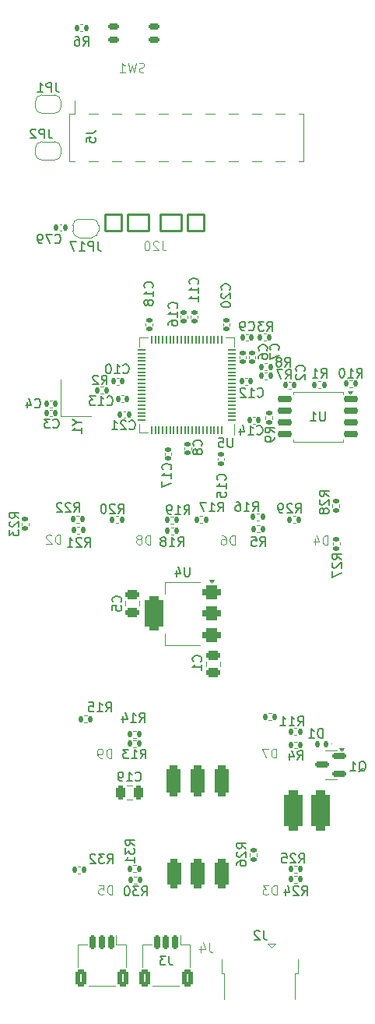
<source format=gbo>
G04 #@! TF.GenerationSoftware,KiCad,Pcbnew,8.0.4*
G04 #@! TF.CreationDate,2024-10-09T19:51:01+11:00*
G04 #@! TF.ProjectId,nokia,6e6f6b69-612e-46b6-9963-61645f706362,rev?*
G04 #@! TF.SameCoordinates,Original*
G04 #@! TF.FileFunction,Legend,Bot*
G04 #@! TF.FilePolarity,Positive*
%FSLAX46Y46*%
G04 Gerber Fmt 4.6, Leading zero omitted, Abs format (unit mm)*
G04 Created by KiCad (PCBNEW 8.0.4) date 2024-10-09 19:51:01*
%MOMM*%
%LPD*%
G01*
G04 APERTURE LIST*
G04 Aperture macros list*
%AMRoundRect*
0 Rectangle with rounded corners*
0 $1 Rounding radius*
0 $2 $3 $4 $5 $6 $7 $8 $9 X,Y pos of 4 corners*
0 Add a 4 corners polygon primitive as box body*
4,1,4,$2,$3,$4,$5,$6,$7,$8,$9,$2,$3,0*
0 Add four circle primitives for the rounded corners*
1,1,$1+$1,$2,$3*
1,1,$1+$1,$4,$5*
1,1,$1+$1,$6,$7*
1,1,$1+$1,$8,$9*
0 Add four rect primitives between the rounded corners*
20,1,$1+$1,$2,$3,$4,$5,0*
20,1,$1+$1,$4,$5,$6,$7,0*
20,1,$1+$1,$6,$7,$8,$9,0*
20,1,$1+$1,$8,$9,$2,$3,0*%
%AMFreePoly0*
4,1,17,1.239561,1.918663,1.288452,1.862240,1.300426,1.807198,1.300426,-1.628440,1.279392,-1.700074,1.222969,-1.748965,1.167927,-1.760939,-1.241481,-1.760939,-1.313115,-1.739905,-1.362006,-1.683482,-1.373980,-1.628440,-1.373980,1.807198,-1.352946,1.878832,-1.296523,1.927723,-1.241481,1.939697,1.167927,1.939697,1.239561,1.918663,1.239561,1.918663,$1*%
%AMFreePoly1*
4,1,21,1.481047,1.611465,1.529938,1.555042,1.541912,1.500000,1.541912,-2.069488,1.520878,-2.141122,1.464455,-2.190013,1.409413,-2.201987,-1.000000,-2.201987,-1.071634,-2.180953,-1.120525,-2.124530,-1.132499,-2.069488,-1.132499,-0.453074,-1.143000,-0.381000,-1.143000,0.381000,-1.132499,0.453074,-1.132499,1.500000,-1.111465,1.571634,-1.055042,1.620525,-1.000000,1.632499,1.409413,1.632499,
1.481047,1.611465,1.481047,1.611465,$1*%
%AMFreePoly2*
4,1,19,0.500000,-0.750000,0.000000,-0.750000,0.000000,-0.744911,-0.071157,-0.744911,-0.207708,-0.704816,-0.327430,-0.627875,-0.420627,-0.520320,-0.479746,-0.390866,-0.500000,-0.250000,-0.500000,0.250000,-0.479746,0.390866,-0.420627,0.520320,-0.327430,0.627875,-0.207708,0.704816,-0.071157,0.744911,0.000000,0.744911,0.000000,0.750000,0.500000,0.750000,0.500000,-0.750000,0.500000,-0.750000,
$1*%
%AMFreePoly3*
4,1,19,0.000000,0.744911,0.071157,0.744911,0.207708,0.704816,0.327430,0.627875,0.420627,0.520320,0.479746,0.390866,0.500000,0.250000,0.500000,-0.250000,0.479746,-0.390866,0.420627,-0.520320,0.327430,-0.627875,0.207708,-0.704816,0.071157,-0.744911,0.000000,-0.744911,0.000000,-0.750000,-0.500000,-0.750000,-0.500000,0.750000,0.000000,0.750000,0.000000,0.744911,0.000000,0.744911,
$1*%
G04 Aperture macros list end*
%ADD10C,0.150000*%
%ADD11C,0.100000*%
%ADD12C,0.120000*%
%ADD13RoundRect,0.250000X0.475000X-0.250000X0.475000X0.250000X-0.475000X0.250000X-0.475000X-0.250000X0*%
%ADD14RoundRect,0.150000X0.650000X0.150000X-0.650000X0.150000X-0.650000X-0.150000X0.650000X-0.150000X0*%
%ADD15RoundRect,0.135000X-0.135000X-0.185000X0.135000X-0.185000X0.135000X0.185000X-0.135000X0.185000X0*%
%ADD16RoundRect,0.135000X0.135000X0.185000X-0.135000X0.185000X-0.135000X-0.185000X0.135000X-0.185000X0*%
%ADD17RoundRect,0.150000X0.150000X0.625000X-0.150000X0.625000X-0.150000X-0.625000X0.150000X-0.625000X0*%
%ADD18RoundRect,0.250000X0.350000X0.650000X-0.350000X0.650000X-0.350000X-0.650000X0.350000X-0.650000X0*%
%ADD19RoundRect,0.140000X-0.140000X-0.170000X0.140000X-0.170000X0.140000X0.170000X-0.140000X0.170000X0*%
%ADD20R,0.800000X0.700000*%
%ADD21RoundRect,0.140000X0.170000X-0.140000X0.170000X0.140000X-0.170000X0.140000X-0.170000X-0.140000X0*%
%ADD22RoundRect,0.150000X0.587500X0.150000X-0.587500X0.150000X-0.587500X-0.150000X0.587500X-0.150000X0*%
%ADD23RoundRect,0.250000X-0.475000X0.250000X-0.475000X-0.250000X0.475000X-0.250000X0.475000X0.250000X0*%
%ADD24FreePoly0,180.000000*%
%ADD25FreePoly1,180.000000*%
%ADD26RoundRect,0.055000X-0.055000X-0.335000X0.055000X-0.335000X0.055000X0.335000X-0.055000X0.335000X0*%
%ADD27RoundRect,0.055000X0.335000X-0.055000X0.335000X0.055000X-0.335000X0.055000X-0.335000X-0.055000X0*%
%ADD28C,0.600000*%
%ADD29R,1.133333X1.133333*%
%ADD30RoundRect,0.100000X0.900000X0.900000X-0.900000X0.900000X-0.900000X-0.900000X0.900000X-0.900000X0*%
%ADD31RoundRect,0.100000X1.150000X0.900000X-1.150000X0.900000X-1.150000X-0.900000X1.150000X-0.900000X0*%
%ADD32RoundRect,0.140000X0.140000X0.170000X-0.140000X0.170000X-0.140000X-0.170000X0.140000X-0.170000X0*%
%ADD33FreePoly2,180.000000*%
%ADD34FreePoly3,180.000000*%
%ADD35RoundRect,0.135000X-0.185000X0.135000X-0.185000X-0.135000X0.185000X-0.135000X0.185000X0.135000X0*%
%ADD36RoundRect,0.140000X-0.170000X0.140000X-0.170000X-0.140000X0.170000X-0.140000X0.170000X0.140000X0*%
%ADD37RoundRect,0.150000X0.421500X0.150000X-0.421500X0.150000X-0.421500X-0.150000X0.421500X-0.150000X0*%
%ADD38RoundRect,0.150000X0.446500X0.150000X-0.446500X0.150000X-0.446500X-0.150000X0.446500X-0.150000X0*%
%ADD39RoundRect,0.375000X0.625000X0.375000X-0.625000X0.375000X-0.625000X-0.375000X0.625000X-0.375000X0*%
%ADD40RoundRect,0.500000X0.500000X1.400000X-0.500000X1.400000X-0.500000X-1.400000X0.500000X-1.400000X0*%
%ADD41RoundRect,0.390500X0.390500X-1.281000X0.390500X1.281000X-0.390500X1.281000X-0.390500X-1.281000X0*%
%ADD42RoundRect,0.390500X0.390500X-1.181000X0.390500X1.181000X-0.390500X1.181000X-0.390500X-1.181000X0*%
%ADD43RoundRect,0.400000X0.400000X-1.171500X0.400000X1.171500X-0.400000X1.171500X-0.400000X-1.171500X0*%
%ADD44RoundRect,0.381000X0.381000X-1.190500X0.381000X1.190500X-0.381000X1.190500X-0.381000X-1.190500X0*%
%ADD45R,1.000000X3.150000*%
%ADD46RoundRect,0.500000X0.500000X1.700000X-0.500000X1.700000X-0.500000X-1.700000X0.500000X-1.700000X0*%
%ADD47R,0.400000X1.650000*%
%ADD48R,1.825000X0.700000*%
%ADD49R,2.000000X1.500000*%
%ADD50O,1.350000X1.700000*%
%ADD51R,1.350000X2.000000*%
%ADD52O,1.100000X1.500000*%
%ADD53R,1.430000X2.500000*%
%ADD54RoundRect,0.250000X0.250000X0.475000X-0.250000X0.475000X-0.250000X-0.475000X0.250000X-0.475000X0*%
%ADD55RoundRect,0.135000X0.185000X-0.135000X0.185000X0.135000X-0.185000X0.135000X-0.185000X-0.135000X0*%
%ADD56RoundRect,0.147500X0.147500X0.172500X-0.147500X0.172500X-0.147500X-0.172500X0.147500X-0.172500X0*%
%ADD57R,1.200000X1.400000*%
G04 APERTURE END LIST*
D10*
X35309580Y-83758333D02*
X35357200Y-83710714D01*
X35357200Y-83710714D02*
X35404819Y-83567857D01*
X35404819Y-83567857D02*
X35404819Y-83472619D01*
X35404819Y-83472619D02*
X35357200Y-83329762D01*
X35357200Y-83329762D02*
X35261961Y-83234524D01*
X35261961Y-83234524D02*
X35166723Y-83186905D01*
X35166723Y-83186905D02*
X34976247Y-83139286D01*
X34976247Y-83139286D02*
X34833390Y-83139286D01*
X34833390Y-83139286D02*
X34642914Y-83186905D01*
X34642914Y-83186905D02*
X34547676Y-83234524D01*
X34547676Y-83234524D02*
X34452438Y-83329762D01*
X34452438Y-83329762D02*
X34404819Y-83472619D01*
X34404819Y-83472619D02*
X34404819Y-83567857D01*
X34404819Y-83567857D02*
X34452438Y-83710714D01*
X34452438Y-83710714D02*
X34500057Y-83758333D01*
X34404819Y-84663095D02*
X34404819Y-84186905D01*
X34404819Y-84186905D02*
X34881009Y-84139286D01*
X34881009Y-84139286D02*
X34833390Y-84186905D01*
X34833390Y-84186905D02*
X34785771Y-84282143D01*
X34785771Y-84282143D02*
X34785771Y-84520238D01*
X34785771Y-84520238D02*
X34833390Y-84615476D01*
X34833390Y-84615476D02*
X34881009Y-84663095D01*
X34881009Y-84663095D02*
X34976247Y-84710714D01*
X34976247Y-84710714D02*
X35214342Y-84710714D01*
X35214342Y-84710714D02*
X35309580Y-84663095D01*
X35309580Y-84663095D02*
X35357200Y-84615476D01*
X35357200Y-84615476D02*
X35404819Y-84520238D01*
X35404819Y-84520238D02*
X35404819Y-84282143D01*
X35404819Y-84282143D02*
X35357200Y-84186905D01*
X35357200Y-84186905D02*
X35309580Y-84139286D01*
X57561904Y-63084819D02*
X57561904Y-63894342D01*
X57561904Y-63894342D02*
X57514285Y-63989580D01*
X57514285Y-63989580D02*
X57466666Y-64037200D01*
X57466666Y-64037200D02*
X57371428Y-64084819D01*
X57371428Y-64084819D02*
X57180952Y-64084819D01*
X57180952Y-64084819D02*
X57085714Y-64037200D01*
X57085714Y-64037200D02*
X57038095Y-63989580D01*
X57038095Y-63989580D02*
X56990476Y-63894342D01*
X56990476Y-63894342D02*
X56990476Y-63084819D01*
X55990476Y-64084819D02*
X56561904Y-64084819D01*
X56276190Y-64084819D02*
X56276190Y-63084819D01*
X56276190Y-63084819D02*
X56371428Y-63227676D01*
X56371428Y-63227676D02*
X56466666Y-63322914D01*
X56466666Y-63322914D02*
X56561904Y-63370533D01*
X50466666Y-77679819D02*
X50799999Y-77203628D01*
X51038094Y-77679819D02*
X51038094Y-76679819D01*
X51038094Y-76679819D02*
X50657142Y-76679819D01*
X50657142Y-76679819D02*
X50561904Y-76727438D01*
X50561904Y-76727438D02*
X50514285Y-76775057D01*
X50514285Y-76775057D02*
X50466666Y-76870295D01*
X50466666Y-76870295D02*
X50466666Y-77013152D01*
X50466666Y-77013152D02*
X50514285Y-77108390D01*
X50514285Y-77108390D02*
X50561904Y-77156009D01*
X50561904Y-77156009D02*
X50657142Y-77203628D01*
X50657142Y-77203628D02*
X51038094Y-77203628D01*
X49561904Y-76679819D02*
X50038094Y-76679819D01*
X50038094Y-76679819D02*
X50085713Y-77156009D01*
X50085713Y-77156009D02*
X50038094Y-77108390D01*
X50038094Y-77108390D02*
X49942856Y-77060771D01*
X49942856Y-77060771D02*
X49704761Y-77060771D01*
X49704761Y-77060771D02*
X49609523Y-77108390D01*
X49609523Y-77108390D02*
X49561904Y-77156009D01*
X49561904Y-77156009D02*
X49514285Y-77251247D01*
X49514285Y-77251247D02*
X49514285Y-77489342D01*
X49514285Y-77489342D02*
X49561904Y-77584580D01*
X49561904Y-77584580D02*
X49609523Y-77632200D01*
X49609523Y-77632200D02*
X49704761Y-77679819D01*
X49704761Y-77679819D02*
X49942856Y-77679819D01*
X49942856Y-77679819D02*
X50038094Y-77632200D01*
X50038094Y-77632200D02*
X50085713Y-77584580D01*
X31241666Y-23329819D02*
X31574999Y-22853628D01*
X31813094Y-23329819D02*
X31813094Y-22329819D01*
X31813094Y-22329819D02*
X31432142Y-22329819D01*
X31432142Y-22329819D02*
X31336904Y-22377438D01*
X31336904Y-22377438D02*
X31289285Y-22425057D01*
X31289285Y-22425057D02*
X31241666Y-22520295D01*
X31241666Y-22520295D02*
X31241666Y-22663152D01*
X31241666Y-22663152D02*
X31289285Y-22758390D01*
X31289285Y-22758390D02*
X31336904Y-22806009D01*
X31336904Y-22806009D02*
X31432142Y-22853628D01*
X31432142Y-22853628D02*
X31813094Y-22853628D01*
X30384523Y-22329819D02*
X30574999Y-22329819D01*
X30574999Y-22329819D02*
X30670237Y-22377438D01*
X30670237Y-22377438D02*
X30717856Y-22425057D01*
X30717856Y-22425057D02*
X30813094Y-22567914D01*
X30813094Y-22567914D02*
X30860713Y-22758390D01*
X30860713Y-22758390D02*
X30860713Y-23139342D01*
X30860713Y-23139342D02*
X30813094Y-23234580D01*
X30813094Y-23234580D02*
X30765475Y-23282200D01*
X30765475Y-23282200D02*
X30670237Y-23329819D01*
X30670237Y-23329819D02*
X30479761Y-23329819D01*
X30479761Y-23329819D02*
X30384523Y-23282200D01*
X30384523Y-23282200D02*
X30336904Y-23234580D01*
X30336904Y-23234580D02*
X30289285Y-23139342D01*
X30289285Y-23139342D02*
X30289285Y-22901247D01*
X30289285Y-22901247D02*
X30336904Y-22806009D01*
X30336904Y-22806009D02*
X30384523Y-22758390D01*
X30384523Y-22758390D02*
X30479761Y-22710771D01*
X30479761Y-22710771D02*
X30670237Y-22710771D01*
X30670237Y-22710771D02*
X30765475Y-22758390D01*
X30765475Y-22758390D02*
X30813094Y-22806009D01*
X30813094Y-22806009D02*
X30860713Y-22901247D01*
X40583333Y-122204819D02*
X40583333Y-122919104D01*
X40583333Y-122919104D02*
X40630952Y-123061961D01*
X40630952Y-123061961D02*
X40726190Y-123157200D01*
X40726190Y-123157200D02*
X40869047Y-123204819D01*
X40869047Y-123204819D02*
X40964285Y-123204819D01*
X40202380Y-122204819D02*
X39583333Y-122204819D01*
X39583333Y-122204819D02*
X39916666Y-122585771D01*
X39916666Y-122585771D02*
X39773809Y-122585771D01*
X39773809Y-122585771D02*
X39678571Y-122633390D01*
X39678571Y-122633390D02*
X39630952Y-122681009D01*
X39630952Y-122681009D02*
X39583333Y-122776247D01*
X39583333Y-122776247D02*
X39583333Y-123014342D01*
X39583333Y-123014342D02*
X39630952Y-123109580D01*
X39630952Y-123109580D02*
X39678571Y-123157200D01*
X39678571Y-123157200D02*
X39773809Y-123204819D01*
X39773809Y-123204819D02*
X40059523Y-123204819D01*
X40059523Y-123204819D02*
X40154761Y-123157200D01*
X40154761Y-123157200D02*
X40202380Y-123109580D01*
X50217857Y-61409580D02*
X50265476Y-61457200D01*
X50265476Y-61457200D02*
X50408333Y-61504819D01*
X50408333Y-61504819D02*
X50503571Y-61504819D01*
X50503571Y-61504819D02*
X50646428Y-61457200D01*
X50646428Y-61457200D02*
X50741666Y-61361961D01*
X50741666Y-61361961D02*
X50789285Y-61266723D01*
X50789285Y-61266723D02*
X50836904Y-61076247D01*
X50836904Y-61076247D02*
X50836904Y-60933390D01*
X50836904Y-60933390D02*
X50789285Y-60742914D01*
X50789285Y-60742914D02*
X50741666Y-60647676D01*
X50741666Y-60647676D02*
X50646428Y-60552438D01*
X50646428Y-60552438D02*
X50503571Y-60504819D01*
X50503571Y-60504819D02*
X50408333Y-60504819D01*
X50408333Y-60504819D02*
X50265476Y-60552438D01*
X50265476Y-60552438D02*
X50217857Y-60600057D01*
X49265476Y-61504819D02*
X49836904Y-61504819D01*
X49551190Y-61504819D02*
X49551190Y-60504819D01*
X49551190Y-60504819D02*
X49646428Y-60647676D01*
X49646428Y-60647676D02*
X49741666Y-60742914D01*
X49741666Y-60742914D02*
X49836904Y-60790533D01*
X48884523Y-60600057D02*
X48836904Y-60552438D01*
X48836904Y-60552438D02*
X48741666Y-60504819D01*
X48741666Y-60504819D02*
X48503571Y-60504819D01*
X48503571Y-60504819D02*
X48408333Y-60552438D01*
X48408333Y-60552438D02*
X48360714Y-60600057D01*
X48360714Y-60600057D02*
X48313095Y-60695295D01*
X48313095Y-60695295D02*
X48313095Y-60790533D01*
X48313095Y-60790533D02*
X48360714Y-60933390D01*
X48360714Y-60933390D02*
X48932142Y-61504819D01*
X48932142Y-61504819D02*
X48313095Y-61504819D01*
X49692857Y-73879819D02*
X50026190Y-73403628D01*
X50264285Y-73879819D02*
X50264285Y-72879819D01*
X50264285Y-72879819D02*
X49883333Y-72879819D01*
X49883333Y-72879819D02*
X49788095Y-72927438D01*
X49788095Y-72927438D02*
X49740476Y-72975057D01*
X49740476Y-72975057D02*
X49692857Y-73070295D01*
X49692857Y-73070295D02*
X49692857Y-73213152D01*
X49692857Y-73213152D02*
X49740476Y-73308390D01*
X49740476Y-73308390D02*
X49788095Y-73356009D01*
X49788095Y-73356009D02*
X49883333Y-73403628D01*
X49883333Y-73403628D02*
X50264285Y-73403628D01*
X48740476Y-73879819D02*
X49311904Y-73879819D01*
X49026190Y-73879819D02*
X49026190Y-72879819D01*
X49026190Y-72879819D02*
X49121428Y-73022676D01*
X49121428Y-73022676D02*
X49216666Y-73117914D01*
X49216666Y-73117914D02*
X49311904Y-73165533D01*
X47883333Y-72879819D02*
X48073809Y-72879819D01*
X48073809Y-72879819D02*
X48169047Y-72927438D01*
X48169047Y-72927438D02*
X48216666Y-72975057D01*
X48216666Y-72975057D02*
X48311904Y-73117914D01*
X48311904Y-73117914D02*
X48359523Y-73308390D01*
X48359523Y-73308390D02*
X48359523Y-73689342D01*
X48359523Y-73689342D02*
X48311904Y-73784580D01*
X48311904Y-73784580D02*
X48264285Y-73832200D01*
X48264285Y-73832200D02*
X48169047Y-73879819D01*
X48169047Y-73879819D02*
X47978571Y-73879819D01*
X47978571Y-73879819D02*
X47883333Y-73832200D01*
X47883333Y-73832200D02*
X47835714Y-73784580D01*
X47835714Y-73784580D02*
X47788095Y-73689342D01*
X47788095Y-73689342D02*
X47788095Y-73451247D01*
X47788095Y-73451247D02*
X47835714Y-73356009D01*
X47835714Y-73356009D02*
X47883333Y-73308390D01*
X47883333Y-73308390D02*
X47978571Y-73260771D01*
X47978571Y-73260771D02*
X48169047Y-73260771D01*
X48169047Y-73260771D02*
X48264285Y-73308390D01*
X48264285Y-73308390D02*
X48311904Y-73356009D01*
X48311904Y-73356009D02*
X48359523Y-73451247D01*
X37617857Y-115654819D02*
X37951190Y-115178628D01*
X38189285Y-115654819D02*
X38189285Y-114654819D01*
X38189285Y-114654819D02*
X37808333Y-114654819D01*
X37808333Y-114654819D02*
X37713095Y-114702438D01*
X37713095Y-114702438D02*
X37665476Y-114750057D01*
X37665476Y-114750057D02*
X37617857Y-114845295D01*
X37617857Y-114845295D02*
X37617857Y-114988152D01*
X37617857Y-114988152D02*
X37665476Y-115083390D01*
X37665476Y-115083390D02*
X37713095Y-115131009D01*
X37713095Y-115131009D02*
X37808333Y-115178628D01*
X37808333Y-115178628D02*
X38189285Y-115178628D01*
X37284523Y-114654819D02*
X36665476Y-114654819D01*
X36665476Y-114654819D02*
X36998809Y-115035771D01*
X36998809Y-115035771D02*
X36855952Y-115035771D01*
X36855952Y-115035771D02*
X36760714Y-115083390D01*
X36760714Y-115083390D02*
X36713095Y-115131009D01*
X36713095Y-115131009D02*
X36665476Y-115226247D01*
X36665476Y-115226247D02*
X36665476Y-115464342D01*
X36665476Y-115464342D02*
X36713095Y-115559580D01*
X36713095Y-115559580D02*
X36760714Y-115607200D01*
X36760714Y-115607200D02*
X36855952Y-115654819D01*
X36855952Y-115654819D02*
X37141666Y-115654819D01*
X37141666Y-115654819D02*
X37236904Y-115607200D01*
X37236904Y-115607200D02*
X37284523Y-115559580D01*
X36046428Y-114654819D02*
X35951190Y-114654819D01*
X35951190Y-114654819D02*
X35855952Y-114702438D01*
X35855952Y-114702438D02*
X35808333Y-114750057D01*
X35808333Y-114750057D02*
X35760714Y-114845295D01*
X35760714Y-114845295D02*
X35713095Y-115035771D01*
X35713095Y-115035771D02*
X35713095Y-115273866D01*
X35713095Y-115273866D02*
X35760714Y-115464342D01*
X35760714Y-115464342D02*
X35808333Y-115559580D01*
X35808333Y-115559580D02*
X35855952Y-115607200D01*
X35855952Y-115607200D02*
X35951190Y-115654819D01*
X35951190Y-115654819D02*
X36046428Y-115654819D01*
X36046428Y-115654819D02*
X36141666Y-115607200D01*
X36141666Y-115607200D02*
X36189285Y-115559580D01*
X36189285Y-115559580D02*
X36236904Y-115464342D01*
X36236904Y-115464342D02*
X36284523Y-115273866D01*
X36284523Y-115273866D02*
X36284523Y-115035771D01*
X36284523Y-115035771D02*
X36236904Y-114845295D01*
X36236904Y-114845295D02*
X36189285Y-114750057D01*
X36189285Y-114750057D02*
X36141666Y-114702438D01*
X36141666Y-114702438D02*
X36046428Y-114654819D01*
X54717857Y-112104819D02*
X55051190Y-111628628D01*
X55289285Y-112104819D02*
X55289285Y-111104819D01*
X55289285Y-111104819D02*
X54908333Y-111104819D01*
X54908333Y-111104819D02*
X54813095Y-111152438D01*
X54813095Y-111152438D02*
X54765476Y-111200057D01*
X54765476Y-111200057D02*
X54717857Y-111295295D01*
X54717857Y-111295295D02*
X54717857Y-111438152D01*
X54717857Y-111438152D02*
X54765476Y-111533390D01*
X54765476Y-111533390D02*
X54813095Y-111581009D01*
X54813095Y-111581009D02*
X54908333Y-111628628D01*
X54908333Y-111628628D02*
X55289285Y-111628628D01*
X54336904Y-111200057D02*
X54289285Y-111152438D01*
X54289285Y-111152438D02*
X54194047Y-111104819D01*
X54194047Y-111104819D02*
X53955952Y-111104819D01*
X53955952Y-111104819D02*
X53860714Y-111152438D01*
X53860714Y-111152438D02*
X53813095Y-111200057D01*
X53813095Y-111200057D02*
X53765476Y-111295295D01*
X53765476Y-111295295D02*
X53765476Y-111390533D01*
X53765476Y-111390533D02*
X53813095Y-111533390D01*
X53813095Y-111533390D02*
X54384523Y-112104819D01*
X54384523Y-112104819D02*
X53765476Y-112104819D01*
X52860714Y-111104819D02*
X53336904Y-111104819D01*
X53336904Y-111104819D02*
X53384523Y-111581009D01*
X53384523Y-111581009D02*
X53336904Y-111533390D01*
X53336904Y-111533390D02*
X53241666Y-111485771D01*
X53241666Y-111485771D02*
X53003571Y-111485771D01*
X53003571Y-111485771D02*
X52908333Y-111533390D01*
X52908333Y-111533390D02*
X52860714Y-111581009D01*
X52860714Y-111581009D02*
X52813095Y-111676247D01*
X52813095Y-111676247D02*
X52813095Y-111914342D01*
X52813095Y-111914342D02*
X52860714Y-112009580D01*
X52860714Y-112009580D02*
X52908333Y-112057200D01*
X52908333Y-112057200D02*
X53003571Y-112104819D01*
X53003571Y-112104819D02*
X53241666Y-112104819D01*
X53241666Y-112104819D02*
X53336904Y-112057200D01*
X53336904Y-112057200D02*
X53384523Y-112009580D01*
X61017857Y-59379819D02*
X61351190Y-58903628D01*
X61589285Y-59379819D02*
X61589285Y-58379819D01*
X61589285Y-58379819D02*
X61208333Y-58379819D01*
X61208333Y-58379819D02*
X61113095Y-58427438D01*
X61113095Y-58427438D02*
X61065476Y-58475057D01*
X61065476Y-58475057D02*
X61017857Y-58570295D01*
X61017857Y-58570295D02*
X61017857Y-58713152D01*
X61017857Y-58713152D02*
X61065476Y-58808390D01*
X61065476Y-58808390D02*
X61113095Y-58856009D01*
X61113095Y-58856009D02*
X61208333Y-58903628D01*
X61208333Y-58903628D02*
X61589285Y-58903628D01*
X60065476Y-59379819D02*
X60636904Y-59379819D01*
X60351190Y-59379819D02*
X60351190Y-58379819D01*
X60351190Y-58379819D02*
X60446428Y-58522676D01*
X60446428Y-58522676D02*
X60541666Y-58617914D01*
X60541666Y-58617914D02*
X60636904Y-58665533D01*
X59446428Y-58379819D02*
X59351190Y-58379819D01*
X59351190Y-58379819D02*
X59255952Y-58427438D01*
X59255952Y-58427438D02*
X59208333Y-58475057D01*
X59208333Y-58475057D02*
X59160714Y-58570295D01*
X59160714Y-58570295D02*
X59113095Y-58760771D01*
X59113095Y-58760771D02*
X59113095Y-58998866D01*
X59113095Y-58998866D02*
X59160714Y-59189342D01*
X59160714Y-59189342D02*
X59208333Y-59284580D01*
X59208333Y-59284580D02*
X59255952Y-59332200D01*
X59255952Y-59332200D02*
X59351190Y-59379819D01*
X59351190Y-59379819D02*
X59446428Y-59379819D01*
X59446428Y-59379819D02*
X59541666Y-59332200D01*
X59541666Y-59332200D02*
X59589285Y-59284580D01*
X59589285Y-59284580D02*
X59636904Y-59189342D01*
X59636904Y-59189342D02*
X59684523Y-58998866D01*
X59684523Y-58998866D02*
X59684523Y-58760771D01*
X59684523Y-58760771D02*
X59636904Y-58570295D01*
X59636904Y-58570295D02*
X59589285Y-58475057D01*
X59589285Y-58475057D02*
X59541666Y-58427438D01*
X59541666Y-58427438D02*
X59446428Y-58379819D01*
X33867857Y-112129819D02*
X34201190Y-111653628D01*
X34439285Y-112129819D02*
X34439285Y-111129819D01*
X34439285Y-111129819D02*
X34058333Y-111129819D01*
X34058333Y-111129819D02*
X33963095Y-111177438D01*
X33963095Y-111177438D02*
X33915476Y-111225057D01*
X33915476Y-111225057D02*
X33867857Y-111320295D01*
X33867857Y-111320295D02*
X33867857Y-111463152D01*
X33867857Y-111463152D02*
X33915476Y-111558390D01*
X33915476Y-111558390D02*
X33963095Y-111606009D01*
X33963095Y-111606009D02*
X34058333Y-111653628D01*
X34058333Y-111653628D02*
X34439285Y-111653628D01*
X33534523Y-111129819D02*
X32915476Y-111129819D01*
X32915476Y-111129819D02*
X33248809Y-111510771D01*
X33248809Y-111510771D02*
X33105952Y-111510771D01*
X33105952Y-111510771D02*
X33010714Y-111558390D01*
X33010714Y-111558390D02*
X32963095Y-111606009D01*
X32963095Y-111606009D02*
X32915476Y-111701247D01*
X32915476Y-111701247D02*
X32915476Y-111939342D01*
X32915476Y-111939342D02*
X32963095Y-112034580D01*
X32963095Y-112034580D02*
X33010714Y-112082200D01*
X33010714Y-112082200D02*
X33105952Y-112129819D01*
X33105952Y-112129819D02*
X33391666Y-112129819D01*
X33391666Y-112129819D02*
X33486904Y-112082200D01*
X33486904Y-112082200D02*
X33534523Y-112034580D01*
X32534523Y-111225057D02*
X32486904Y-111177438D01*
X32486904Y-111177438D02*
X32391666Y-111129819D01*
X32391666Y-111129819D02*
X32153571Y-111129819D01*
X32153571Y-111129819D02*
X32058333Y-111177438D01*
X32058333Y-111177438D02*
X32010714Y-111225057D01*
X32010714Y-111225057D02*
X31963095Y-111320295D01*
X31963095Y-111320295D02*
X31963095Y-111415533D01*
X31963095Y-111415533D02*
X32010714Y-111558390D01*
X32010714Y-111558390D02*
X32582142Y-112129819D01*
X32582142Y-112129819D02*
X31963095Y-112129819D01*
D11*
X52288094Y-115557419D02*
X52288094Y-114557419D01*
X52288094Y-114557419D02*
X52049999Y-114557419D01*
X52049999Y-114557419D02*
X51907142Y-114605038D01*
X51907142Y-114605038D02*
X51811904Y-114700276D01*
X51811904Y-114700276D02*
X51764285Y-114795514D01*
X51764285Y-114795514D02*
X51716666Y-114985990D01*
X51716666Y-114985990D02*
X51716666Y-115128847D01*
X51716666Y-115128847D02*
X51764285Y-115319323D01*
X51764285Y-115319323D02*
X51811904Y-115414561D01*
X51811904Y-115414561D02*
X51907142Y-115509800D01*
X51907142Y-115509800D02*
X52049999Y-115557419D01*
X52049999Y-115557419D02*
X52288094Y-115557419D01*
X51383332Y-114557419D02*
X50764285Y-114557419D01*
X50764285Y-114557419D02*
X51097618Y-114938371D01*
X51097618Y-114938371D02*
X50954761Y-114938371D01*
X50954761Y-114938371D02*
X50859523Y-114985990D01*
X50859523Y-114985990D02*
X50811904Y-115033609D01*
X50811904Y-115033609D02*
X50764285Y-115128847D01*
X50764285Y-115128847D02*
X50764285Y-115366942D01*
X50764285Y-115366942D02*
X50811904Y-115462180D01*
X50811904Y-115462180D02*
X50859523Y-115509800D01*
X50859523Y-115509800D02*
X50954761Y-115557419D01*
X50954761Y-115557419D02*
X51240475Y-115557419D01*
X51240475Y-115557419D02*
X51335713Y-115509800D01*
X51335713Y-115509800D02*
X51383332Y-115462180D01*
D10*
X38759580Y-49607142D02*
X38807200Y-49559523D01*
X38807200Y-49559523D02*
X38854819Y-49416666D01*
X38854819Y-49416666D02*
X38854819Y-49321428D01*
X38854819Y-49321428D02*
X38807200Y-49178571D01*
X38807200Y-49178571D02*
X38711961Y-49083333D01*
X38711961Y-49083333D02*
X38616723Y-49035714D01*
X38616723Y-49035714D02*
X38426247Y-48988095D01*
X38426247Y-48988095D02*
X38283390Y-48988095D01*
X38283390Y-48988095D02*
X38092914Y-49035714D01*
X38092914Y-49035714D02*
X37997676Y-49083333D01*
X37997676Y-49083333D02*
X37902438Y-49178571D01*
X37902438Y-49178571D02*
X37854819Y-49321428D01*
X37854819Y-49321428D02*
X37854819Y-49416666D01*
X37854819Y-49416666D02*
X37902438Y-49559523D01*
X37902438Y-49559523D02*
X37950057Y-49607142D01*
X38854819Y-50559523D02*
X38854819Y-49988095D01*
X38854819Y-50273809D02*
X37854819Y-50273809D01*
X37854819Y-50273809D02*
X37997676Y-50178571D01*
X37997676Y-50178571D02*
X38092914Y-50083333D01*
X38092914Y-50083333D02*
X38140533Y-49988095D01*
X38283390Y-51130952D02*
X38235771Y-51035714D01*
X38235771Y-51035714D02*
X38188152Y-50988095D01*
X38188152Y-50988095D02*
X38092914Y-50940476D01*
X38092914Y-50940476D02*
X38045295Y-50940476D01*
X38045295Y-50940476D02*
X37950057Y-50988095D01*
X37950057Y-50988095D02*
X37902438Y-51035714D01*
X37902438Y-51035714D02*
X37854819Y-51130952D01*
X37854819Y-51130952D02*
X37854819Y-51321428D01*
X37854819Y-51321428D02*
X37902438Y-51416666D01*
X37902438Y-51416666D02*
X37950057Y-51464285D01*
X37950057Y-51464285D02*
X38045295Y-51511904D01*
X38045295Y-51511904D02*
X38092914Y-51511904D01*
X38092914Y-51511904D02*
X38188152Y-51464285D01*
X38188152Y-51464285D02*
X38235771Y-51416666D01*
X38235771Y-51416666D02*
X38283390Y-51321428D01*
X38283390Y-51321428D02*
X38283390Y-51130952D01*
X38283390Y-51130952D02*
X38331009Y-51035714D01*
X38331009Y-51035714D02*
X38378628Y-50988095D01*
X38378628Y-50988095D02*
X38473866Y-50940476D01*
X38473866Y-50940476D02*
X38664342Y-50940476D01*
X38664342Y-50940476D02*
X38759580Y-50988095D01*
X38759580Y-50988095D02*
X38807200Y-51035714D01*
X38807200Y-51035714D02*
X38854819Y-51130952D01*
X38854819Y-51130952D02*
X38854819Y-51321428D01*
X38854819Y-51321428D02*
X38807200Y-51416666D01*
X38807200Y-51416666D02*
X38759580Y-51464285D01*
X38759580Y-51464285D02*
X38664342Y-51511904D01*
X38664342Y-51511904D02*
X38473866Y-51511904D01*
X38473866Y-51511904D02*
X38378628Y-51464285D01*
X38378628Y-51464285D02*
X38331009Y-51416666D01*
X38331009Y-51416666D02*
X38283390Y-51321428D01*
X61220238Y-102200057D02*
X61315476Y-102152438D01*
X61315476Y-102152438D02*
X61410714Y-102057200D01*
X61410714Y-102057200D02*
X61553571Y-101914342D01*
X61553571Y-101914342D02*
X61648809Y-101866723D01*
X61648809Y-101866723D02*
X61744047Y-101866723D01*
X61696428Y-102104819D02*
X61791666Y-102057200D01*
X61791666Y-102057200D02*
X61886904Y-101961961D01*
X61886904Y-101961961D02*
X61934523Y-101771485D01*
X61934523Y-101771485D02*
X61934523Y-101438152D01*
X61934523Y-101438152D02*
X61886904Y-101247676D01*
X61886904Y-101247676D02*
X61791666Y-101152438D01*
X61791666Y-101152438D02*
X61696428Y-101104819D01*
X61696428Y-101104819D02*
X61505952Y-101104819D01*
X61505952Y-101104819D02*
X61410714Y-101152438D01*
X61410714Y-101152438D02*
X61315476Y-101247676D01*
X61315476Y-101247676D02*
X61267857Y-101438152D01*
X61267857Y-101438152D02*
X61267857Y-101771485D01*
X61267857Y-101771485D02*
X61315476Y-101961961D01*
X61315476Y-101961961D02*
X61410714Y-102057200D01*
X61410714Y-102057200D02*
X61505952Y-102104819D01*
X61505952Y-102104819D02*
X61696428Y-102104819D01*
X60315476Y-102104819D02*
X60886904Y-102104819D01*
X60601190Y-102104819D02*
X60601190Y-101104819D01*
X60601190Y-101104819D02*
X60696428Y-101247676D01*
X60696428Y-101247676D02*
X60791666Y-101342914D01*
X60791666Y-101342914D02*
X60886904Y-101390533D01*
X43684580Y-49207142D02*
X43732200Y-49159523D01*
X43732200Y-49159523D02*
X43779819Y-49016666D01*
X43779819Y-49016666D02*
X43779819Y-48921428D01*
X43779819Y-48921428D02*
X43732200Y-48778571D01*
X43732200Y-48778571D02*
X43636961Y-48683333D01*
X43636961Y-48683333D02*
X43541723Y-48635714D01*
X43541723Y-48635714D02*
X43351247Y-48588095D01*
X43351247Y-48588095D02*
X43208390Y-48588095D01*
X43208390Y-48588095D02*
X43017914Y-48635714D01*
X43017914Y-48635714D02*
X42922676Y-48683333D01*
X42922676Y-48683333D02*
X42827438Y-48778571D01*
X42827438Y-48778571D02*
X42779819Y-48921428D01*
X42779819Y-48921428D02*
X42779819Y-49016666D01*
X42779819Y-49016666D02*
X42827438Y-49159523D01*
X42827438Y-49159523D02*
X42875057Y-49207142D01*
X43779819Y-50159523D02*
X43779819Y-49588095D01*
X43779819Y-49873809D02*
X42779819Y-49873809D01*
X42779819Y-49873809D02*
X42922676Y-49778571D01*
X42922676Y-49778571D02*
X43017914Y-49683333D01*
X43017914Y-49683333D02*
X43065533Y-49588095D01*
X43779819Y-51111904D02*
X43779819Y-50540476D01*
X43779819Y-50826190D02*
X42779819Y-50826190D01*
X42779819Y-50826190D02*
X42922676Y-50730952D01*
X42922676Y-50730952D02*
X43017914Y-50635714D01*
X43017914Y-50635714D02*
X43065533Y-50540476D01*
X54566666Y-100904819D02*
X54899999Y-100428628D01*
X55138094Y-100904819D02*
X55138094Y-99904819D01*
X55138094Y-99904819D02*
X54757142Y-99904819D01*
X54757142Y-99904819D02*
X54661904Y-99952438D01*
X54661904Y-99952438D02*
X54614285Y-100000057D01*
X54614285Y-100000057D02*
X54566666Y-100095295D01*
X54566666Y-100095295D02*
X54566666Y-100238152D01*
X54566666Y-100238152D02*
X54614285Y-100333390D01*
X54614285Y-100333390D02*
X54661904Y-100381009D01*
X54661904Y-100381009D02*
X54757142Y-100428628D01*
X54757142Y-100428628D02*
X55138094Y-100428628D01*
X53709523Y-100238152D02*
X53709523Y-100904819D01*
X53947618Y-99857200D02*
X54185713Y-100571485D01*
X54185713Y-100571485D02*
X53566666Y-100571485D01*
X53291666Y-59529819D02*
X53624999Y-59053628D01*
X53863094Y-59529819D02*
X53863094Y-58529819D01*
X53863094Y-58529819D02*
X53482142Y-58529819D01*
X53482142Y-58529819D02*
X53386904Y-58577438D01*
X53386904Y-58577438D02*
X53339285Y-58625057D01*
X53339285Y-58625057D02*
X53291666Y-58720295D01*
X53291666Y-58720295D02*
X53291666Y-58863152D01*
X53291666Y-58863152D02*
X53339285Y-58958390D01*
X53339285Y-58958390D02*
X53386904Y-59006009D01*
X53386904Y-59006009D02*
X53482142Y-59053628D01*
X53482142Y-59053628D02*
X53863094Y-59053628D01*
X52958332Y-58529819D02*
X52291666Y-58529819D01*
X52291666Y-58529819D02*
X52720237Y-59529819D01*
X41409580Y-51837142D02*
X41457200Y-51789523D01*
X41457200Y-51789523D02*
X41504819Y-51646666D01*
X41504819Y-51646666D02*
X41504819Y-51551428D01*
X41504819Y-51551428D02*
X41457200Y-51408571D01*
X41457200Y-51408571D02*
X41361961Y-51313333D01*
X41361961Y-51313333D02*
X41266723Y-51265714D01*
X41266723Y-51265714D02*
X41076247Y-51218095D01*
X41076247Y-51218095D02*
X40933390Y-51218095D01*
X40933390Y-51218095D02*
X40742914Y-51265714D01*
X40742914Y-51265714D02*
X40647676Y-51313333D01*
X40647676Y-51313333D02*
X40552438Y-51408571D01*
X40552438Y-51408571D02*
X40504819Y-51551428D01*
X40504819Y-51551428D02*
X40504819Y-51646666D01*
X40504819Y-51646666D02*
X40552438Y-51789523D01*
X40552438Y-51789523D02*
X40600057Y-51837142D01*
X41504819Y-52789523D02*
X41504819Y-52218095D01*
X41504819Y-52503809D02*
X40504819Y-52503809D01*
X40504819Y-52503809D02*
X40647676Y-52408571D01*
X40647676Y-52408571D02*
X40742914Y-52313333D01*
X40742914Y-52313333D02*
X40790533Y-52218095D01*
X40504819Y-53646666D02*
X40504819Y-53456190D01*
X40504819Y-53456190D02*
X40552438Y-53360952D01*
X40552438Y-53360952D02*
X40600057Y-53313333D01*
X40600057Y-53313333D02*
X40742914Y-53218095D01*
X40742914Y-53218095D02*
X40933390Y-53170476D01*
X40933390Y-53170476D02*
X41314342Y-53170476D01*
X41314342Y-53170476D02*
X41409580Y-53218095D01*
X41409580Y-53218095D02*
X41457200Y-53265714D01*
X41457200Y-53265714D02*
X41504819Y-53360952D01*
X41504819Y-53360952D02*
X41504819Y-53551428D01*
X41504819Y-53551428D02*
X41457200Y-53646666D01*
X41457200Y-53646666D02*
X41409580Y-53694285D01*
X41409580Y-53694285D02*
X41314342Y-53741904D01*
X41314342Y-53741904D02*
X41076247Y-53741904D01*
X41076247Y-53741904D02*
X40981009Y-53694285D01*
X40981009Y-53694285D02*
X40933390Y-53646666D01*
X40933390Y-53646666D02*
X40885771Y-53551428D01*
X40885771Y-53551428D02*
X40885771Y-53360952D01*
X40885771Y-53360952D02*
X40933390Y-53265714D01*
X40933390Y-53265714D02*
X40981009Y-53218095D01*
X40981009Y-53218095D02*
X41076247Y-53170476D01*
X44034580Y-90208333D02*
X44082200Y-90160714D01*
X44082200Y-90160714D02*
X44129819Y-90017857D01*
X44129819Y-90017857D02*
X44129819Y-89922619D01*
X44129819Y-89922619D02*
X44082200Y-89779762D01*
X44082200Y-89779762D02*
X43986961Y-89684524D01*
X43986961Y-89684524D02*
X43891723Y-89636905D01*
X43891723Y-89636905D02*
X43701247Y-89589286D01*
X43701247Y-89589286D02*
X43558390Y-89589286D01*
X43558390Y-89589286D02*
X43367914Y-89636905D01*
X43367914Y-89636905D02*
X43272676Y-89684524D01*
X43272676Y-89684524D02*
X43177438Y-89779762D01*
X43177438Y-89779762D02*
X43129819Y-89922619D01*
X43129819Y-89922619D02*
X43129819Y-90017857D01*
X43129819Y-90017857D02*
X43177438Y-90160714D01*
X43177438Y-90160714D02*
X43225057Y-90208333D01*
X44129819Y-91160714D02*
X44129819Y-90589286D01*
X44129819Y-90875000D02*
X43129819Y-90875000D01*
X43129819Y-90875000D02*
X43272676Y-90779762D01*
X43272676Y-90779762D02*
X43367914Y-90684524D01*
X43367914Y-90684524D02*
X43415533Y-90589286D01*
X54592857Y-97204819D02*
X54926190Y-96728628D01*
X55164285Y-97204819D02*
X55164285Y-96204819D01*
X55164285Y-96204819D02*
X54783333Y-96204819D01*
X54783333Y-96204819D02*
X54688095Y-96252438D01*
X54688095Y-96252438D02*
X54640476Y-96300057D01*
X54640476Y-96300057D02*
X54592857Y-96395295D01*
X54592857Y-96395295D02*
X54592857Y-96538152D01*
X54592857Y-96538152D02*
X54640476Y-96633390D01*
X54640476Y-96633390D02*
X54688095Y-96681009D01*
X54688095Y-96681009D02*
X54783333Y-96728628D01*
X54783333Y-96728628D02*
X55164285Y-96728628D01*
X53640476Y-97204819D02*
X54211904Y-97204819D01*
X53926190Y-97204819D02*
X53926190Y-96204819D01*
X53926190Y-96204819D02*
X54021428Y-96347676D01*
X54021428Y-96347676D02*
X54116666Y-96442914D01*
X54116666Y-96442914D02*
X54211904Y-96490533D01*
X52688095Y-97204819D02*
X53259523Y-97204819D01*
X52973809Y-97204819D02*
X52973809Y-96204819D01*
X52973809Y-96204819D02*
X53069047Y-96347676D01*
X53069047Y-96347676D02*
X53164285Y-96442914D01*
X53164285Y-96442914D02*
X53259523Y-96490533D01*
X28167857Y-44709580D02*
X28215476Y-44757200D01*
X28215476Y-44757200D02*
X28358333Y-44804819D01*
X28358333Y-44804819D02*
X28453571Y-44804819D01*
X28453571Y-44804819D02*
X28596428Y-44757200D01*
X28596428Y-44757200D02*
X28691666Y-44661961D01*
X28691666Y-44661961D02*
X28739285Y-44566723D01*
X28739285Y-44566723D02*
X28786904Y-44376247D01*
X28786904Y-44376247D02*
X28786904Y-44233390D01*
X28786904Y-44233390D02*
X28739285Y-44042914D01*
X28739285Y-44042914D02*
X28691666Y-43947676D01*
X28691666Y-43947676D02*
X28596428Y-43852438D01*
X28596428Y-43852438D02*
X28453571Y-43804819D01*
X28453571Y-43804819D02*
X28358333Y-43804819D01*
X28358333Y-43804819D02*
X28215476Y-43852438D01*
X28215476Y-43852438D02*
X28167857Y-43900057D01*
X27834523Y-43804819D02*
X27167857Y-43804819D01*
X27167857Y-43804819D02*
X27596428Y-44804819D01*
X26739285Y-44804819D02*
X26548809Y-44804819D01*
X26548809Y-44804819D02*
X26453571Y-44757200D01*
X26453571Y-44757200D02*
X26405952Y-44709580D01*
X26405952Y-44709580D02*
X26310714Y-44566723D01*
X26310714Y-44566723D02*
X26263095Y-44376247D01*
X26263095Y-44376247D02*
X26263095Y-43995295D01*
X26263095Y-43995295D02*
X26310714Y-43900057D01*
X26310714Y-43900057D02*
X26358333Y-43852438D01*
X26358333Y-43852438D02*
X26453571Y-43804819D01*
X26453571Y-43804819D02*
X26644047Y-43804819D01*
X26644047Y-43804819D02*
X26739285Y-43852438D01*
X26739285Y-43852438D02*
X26786904Y-43900057D01*
X26786904Y-43900057D02*
X26834523Y-43995295D01*
X26834523Y-43995295D02*
X26834523Y-44233390D01*
X26834523Y-44233390D02*
X26786904Y-44328628D01*
X26786904Y-44328628D02*
X26739285Y-44376247D01*
X26739285Y-44376247D02*
X26644047Y-44423866D01*
X26644047Y-44423866D02*
X26453571Y-44423866D01*
X26453571Y-44423866D02*
X26358333Y-44376247D01*
X26358333Y-44376247D02*
X26310714Y-44328628D01*
X26310714Y-44328628D02*
X26263095Y-44233390D01*
X47511904Y-65954819D02*
X47511904Y-66764342D01*
X47511904Y-66764342D02*
X47464285Y-66859580D01*
X47464285Y-66859580D02*
X47416666Y-66907200D01*
X47416666Y-66907200D02*
X47321428Y-66954819D01*
X47321428Y-66954819D02*
X47130952Y-66954819D01*
X47130952Y-66954819D02*
X47035714Y-66907200D01*
X47035714Y-66907200D02*
X46988095Y-66859580D01*
X46988095Y-66859580D02*
X46940476Y-66764342D01*
X46940476Y-66764342D02*
X46940476Y-65954819D01*
X45988095Y-65954819D02*
X46464285Y-65954819D01*
X46464285Y-65954819D02*
X46511904Y-66431009D01*
X46511904Y-66431009D02*
X46464285Y-66383390D01*
X46464285Y-66383390D02*
X46369047Y-66335771D01*
X46369047Y-66335771D02*
X46130952Y-66335771D01*
X46130952Y-66335771D02*
X46035714Y-66383390D01*
X46035714Y-66383390D02*
X45988095Y-66431009D01*
X45988095Y-66431009D02*
X45940476Y-66526247D01*
X45940476Y-66526247D02*
X45940476Y-66764342D01*
X45940476Y-66764342D02*
X45988095Y-66859580D01*
X45988095Y-66859580D02*
X46035714Y-66907200D01*
X46035714Y-66907200D02*
X46130952Y-66954819D01*
X46130952Y-66954819D02*
X46369047Y-66954819D01*
X46369047Y-66954819D02*
X46464285Y-66907200D01*
X46464285Y-66907200D02*
X46511904Y-66859580D01*
D11*
X34413094Y-115532419D02*
X34413094Y-114532419D01*
X34413094Y-114532419D02*
X34174999Y-114532419D01*
X34174999Y-114532419D02*
X34032142Y-114580038D01*
X34032142Y-114580038D02*
X33936904Y-114675276D01*
X33936904Y-114675276D02*
X33889285Y-114770514D01*
X33889285Y-114770514D02*
X33841666Y-114960990D01*
X33841666Y-114960990D02*
X33841666Y-115103847D01*
X33841666Y-115103847D02*
X33889285Y-115294323D01*
X33889285Y-115294323D02*
X33936904Y-115389561D01*
X33936904Y-115389561D02*
X34032142Y-115484800D01*
X34032142Y-115484800D02*
X34174999Y-115532419D01*
X34174999Y-115532419D02*
X34413094Y-115532419D01*
X32936904Y-114532419D02*
X33413094Y-114532419D01*
X33413094Y-114532419D02*
X33460713Y-115008609D01*
X33460713Y-115008609D02*
X33413094Y-114960990D01*
X33413094Y-114960990D02*
X33317856Y-114913371D01*
X33317856Y-114913371D02*
X33079761Y-114913371D01*
X33079761Y-114913371D02*
X32984523Y-114960990D01*
X32984523Y-114960990D02*
X32936904Y-115008609D01*
X32936904Y-115008609D02*
X32889285Y-115103847D01*
X32889285Y-115103847D02*
X32889285Y-115341942D01*
X32889285Y-115341942D02*
X32936904Y-115437180D01*
X32936904Y-115437180D02*
X32984523Y-115484800D01*
X32984523Y-115484800D02*
X33079761Y-115532419D01*
X33079761Y-115532419D02*
X33317856Y-115532419D01*
X33317856Y-115532419D02*
X33413094Y-115484800D01*
X33413094Y-115484800D02*
X33460713Y-115437180D01*
X47738094Y-77532419D02*
X47738094Y-76532419D01*
X47738094Y-76532419D02*
X47499999Y-76532419D01*
X47499999Y-76532419D02*
X47357142Y-76580038D01*
X47357142Y-76580038D02*
X47261904Y-76675276D01*
X47261904Y-76675276D02*
X47214285Y-76770514D01*
X47214285Y-76770514D02*
X47166666Y-76960990D01*
X47166666Y-76960990D02*
X47166666Y-77103847D01*
X47166666Y-77103847D02*
X47214285Y-77294323D01*
X47214285Y-77294323D02*
X47261904Y-77389561D01*
X47261904Y-77389561D02*
X47357142Y-77484800D01*
X47357142Y-77484800D02*
X47499999Y-77532419D01*
X47499999Y-77532419D02*
X47738094Y-77532419D01*
X46309523Y-76532419D02*
X46499999Y-76532419D01*
X46499999Y-76532419D02*
X46595237Y-76580038D01*
X46595237Y-76580038D02*
X46642856Y-76627657D01*
X46642856Y-76627657D02*
X46738094Y-76770514D01*
X46738094Y-76770514D02*
X46785713Y-76960990D01*
X46785713Y-76960990D02*
X46785713Y-77341942D01*
X46785713Y-77341942D02*
X46738094Y-77437180D01*
X46738094Y-77437180D02*
X46690475Y-77484800D01*
X46690475Y-77484800D02*
X46595237Y-77532419D01*
X46595237Y-77532419D02*
X46404761Y-77532419D01*
X46404761Y-77532419D02*
X46309523Y-77484800D01*
X46309523Y-77484800D02*
X46261904Y-77437180D01*
X46261904Y-77437180D02*
X46214285Y-77341942D01*
X46214285Y-77341942D02*
X46214285Y-77103847D01*
X46214285Y-77103847D02*
X46261904Y-77008609D01*
X46261904Y-77008609D02*
X46309523Y-76960990D01*
X46309523Y-76960990D02*
X46404761Y-76913371D01*
X46404761Y-76913371D02*
X46595237Y-76913371D01*
X46595237Y-76913371D02*
X46690475Y-76960990D01*
X46690475Y-76960990D02*
X46738094Y-77008609D01*
X46738094Y-77008609D02*
X46785713Y-77103847D01*
X52263094Y-100682419D02*
X52263094Y-99682419D01*
X52263094Y-99682419D02*
X52024999Y-99682419D01*
X52024999Y-99682419D02*
X51882142Y-99730038D01*
X51882142Y-99730038D02*
X51786904Y-99825276D01*
X51786904Y-99825276D02*
X51739285Y-99920514D01*
X51739285Y-99920514D02*
X51691666Y-100110990D01*
X51691666Y-100110990D02*
X51691666Y-100253847D01*
X51691666Y-100253847D02*
X51739285Y-100444323D01*
X51739285Y-100444323D02*
X51786904Y-100539561D01*
X51786904Y-100539561D02*
X51882142Y-100634800D01*
X51882142Y-100634800D02*
X52024999Y-100682419D01*
X52024999Y-100682419D02*
X52263094Y-100682419D01*
X51358332Y-99682419D02*
X50691666Y-99682419D01*
X50691666Y-99682419D02*
X51120237Y-100682419D01*
X34313094Y-100707419D02*
X34313094Y-99707419D01*
X34313094Y-99707419D02*
X34074999Y-99707419D01*
X34074999Y-99707419D02*
X33932142Y-99755038D01*
X33932142Y-99755038D02*
X33836904Y-99850276D01*
X33836904Y-99850276D02*
X33789285Y-99945514D01*
X33789285Y-99945514D02*
X33741666Y-100135990D01*
X33741666Y-100135990D02*
X33741666Y-100278847D01*
X33741666Y-100278847D02*
X33789285Y-100469323D01*
X33789285Y-100469323D02*
X33836904Y-100564561D01*
X33836904Y-100564561D02*
X33932142Y-100659800D01*
X33932142Y-100659800D02*
X34074999Y-100707419D01*
X34074999Y-100707419D02*
X34313094Y-100707419D01*
X33265475Y-100707419D02*
X33074999Y-100707419D01*
X33074999Y-100707419D02*
X32979761Y-100659800D01*
X32979761Y-100659800D02*
X32932142Y-100612180D01*
X32932142Y-100612180D02*
X32836904Y-100469323D01*
X32836904Y-100469323D02*
X32789285Y-100278847D01*
X32789285Y-100278847D02*
X32789285Y-99897895D01*
X32789285Y-99897895D02*
X32836904Y-99802657D01*
X32836904Y-99802657D02*
X32884523Y-99755038D01*
X32884523Y-99755038D02*
X32979761Y-99707419D01*
X32979761Y-99707419D02*
X33170237Y-99707419D01*
X33170237Y-99707419D02*
X33265475Y-99755038D01*
X33265475Y-99755038D02*
X33313094Y-99802657D01*
X33313094Y-99802657D02*
X33360713Y-99897895D01*
X33360713Y-99897895D02*
X33360713Y-100135990D01*
X33360713Y-100135990D02*
X33313094Y-100231228D01*
X33313094Y-100231228D02*
X33265475Y-100278847D01*
X33265475Y-100278847D02*
X33170237Y-100326466D01*
X33170237Y-100326466D02*
X32979761Y-100326466D01*
X32979761Y-100326466D02*
X32884523Y-100278847D01*
X32884523Y-100278847D02*
X32836904Y-100231228D01*
X32836904Y-100231228D02*
X32789285Y-100135990D01*
X39847625Y-44557419D02*
X39847625Y-45271704D01*
X39847625Y-45271704D02*
X39895244Y-45414561D01*
X39895244Y-45414561D02*
X39990482Y-45509800D01*
X39990482Y-45509800D02*
X40133339Y-45557419D01*
X40133339Y-45557419D02*
X40228577Y-45557419D01*
X39419053Y-44652657D02*
X39371434Y-44605038D01*
X39371434Y-44605038D02*
X39276196Y-44557419D01*
X39276196Y-44557419D02*
X39038101Y-44557419D01*
X39038101Y-44557419D02*
X38942863Y-44605038D01*
X38942863Y-44605038D02*
X38895244Y-44652657D01*
X38895244Y-44652657D02*
X38847625Y-44747895D01*
X38847625Y-44747895D02*
X38847625Y-44843133D01*
X38847625Y-44843133D02*
X38895244Y-44985990D01*
X38895244Y-44985990D02*
X39466672Y-45557419D01*
X39466672Y-45557419D02*
X38847625Y-45557419D01*
X38228577Y-44557419D02*
X38133339Y-44557419D01*
X38133339Y-44557419D02*
X38038101Y-44605038D01*
X38038101Y-44605038D02*
X37990482Y-44652657D01*
X37990482Y-44652657D02*
X37942863Y-44747895D01*
X37942863Y-44747895D02*
X37895244Y-44938371D01*
X37895244Y-44938371D02*
X37895244Y-45176466D01*
X37895244Y-45176466D02*
X37942863Y-45366942D01*
X37942863Y-45366942D02*
X37990482Y-45462180D01*
X37990482Y-45462180D02*
X38038101Y-45509800D01*
X38038101Y-45509800D02*
X38133339Y-45557419D01*
X38133339Y-45557419D02*
X38228577Y-45557419D01*
X38228577Y-45557419D02*
X38323815Y-45509800D01*
X38323815Y-45509800D02*
X38371434Y-45462180D01*
X38371434Y-45462180D02*
X38419053Y-45366942D01*
X38419053Y-45366942D02*
X38466672Y-45176466D01*
X38466672Y-45176466D02*
X38466672Y-44938371D01*
X38466672Y-44938371D02*
X38419053Y-44747895D01*
X38419053Y-44747895D02*
X38371434Y-44652657D01*
X38371434Y-44652657D02*
X38323815Y-44605038D01*
X38323815Y-44605038D02*
X38228577Y-44557419D01*
D10*
X42217857Y-74229819D02*
X42551190Y-73753628D01*
X42789285Y-74229819D02*
X42789285Y-73229819D01*
X42789285Y-73229819D02*
X42408333Y-73229819D01*
X42408333Y-73229819D02*
X42313095Y-73277438D01*
X42313095Y-73277438D02*
X42265476Y-73325057D01*
X42265476Y-73325057D02*
X42217857Y-73420295D01*
X42217857Y-73420295D02*
X42217857Y-73563152D01*
X42217857Y-73563152D02*
X42265476Y-73658390D01*
X42265476Y-73658390D02*
X42313095Y-73706009D01*
X42313095Y-73706009D02*
X42408333Y-73753628D01*
X42408333Y-73753628D02*
X42789285Y-73753628D01*
X41265476Y-74229819D02*
X41836904Y-74229819D01*
X41551190Y-74229819D02*
X41551190Y-73229819D01*
X41551190Y-73229819D02*
X41646428Y-73372676D01*
X41646428Y-73372676D02*
X41741666Y-73467914D01*
X41741666Y-73467914D02*
X41836904Y-73515533D01*
X40789285Y-74229819D02*
X40598809Y-74229819D01*
X40598809Y-74229819D02*
X40503571Y-74182200D01*
X40503571Y-74182200D02*
X40455952Y-74134580D01*
X40455952Y-74134580D02*
X40360714Y-73991723D01*
X40360714Y-73991723D02*
X40313095Y-73801247D01*
X40313095Y-73801247D02*
X40313095Y-73420295D01*
X40313095Y-73420295D02*
X40360714Y-73325057D01*
X40360714Y-73325057D02*
X40408333Y-73277438D01*
X40408333Y-73277438D02*
X40503571Y-73229819D01*
X40503571Y-73229819D02*
X40694047Y-73229819D01*
X40694047Y-73229819D02*
X40789285Y-73277438D01*
X40789285Y-73277438D02*
X40836904Y-73325057D01*
X40836904Y-73325057D02*
X40884523Y-73420295D01*
X40884523Y-73420295D02*
X40884523Y-73658390D01*
X40884523Y-73658390D02*
X40836904Y-73753628D01*
X40836904Y-73753628D02*
X40789285Y-73801247D01*
X40789285Y-73801247D02*
X40694047Y-73848866D01*
X40694047Y-73848866D02*
X40503571Y-73848866D01*
X40503571Y-73848866D02*
X40408333Y-73801247D01*
X40408333Y-73801247D02*
X40360714Y-73753628D01*
X40360714Y-73753628D02*
X40313095Y-73658390D01*
X35067857Y-74129819D02*
X35401190Y-73653628D01*
X35639285Y-74129819D02*
X35639285Y-73129819D01*
X35639285Y-73129819D02*
X35258333Y-73129819D01*
X35258333Y-73129819D02*
X35163095Y-73177438D01*
X35163095Y-73177438D02*
X35115476Y-73225057D01*
X35115476Y-73225057D02*
X35067857Y-73320295D01*
X35067857Y-73320295D02*
X35067857Y-73463152D01*
X35067857Y-73463152D02*
X35115476Y-73558390D01*
X35115476Y-73558390D02*
X35163095Y-73606009D01*
X35163095Y-73606009D02*
X35258333Y-73653628D01*
X35258333Y-73653628D02*
X35639285Y-73653628D01*
X34686904Y-73225057D02*
X34639285Y-73177438D01*
X34639285Y-73177438D02*
X34544047Y-73129819D01*
X34544047Y-73129819D02*
X34305952Y-73129819D01*
X34305952Y-73129819D02*
X34210714Y-73177438D01*
X34210714Y-73177438D02*
X34163095Y-73225057D01*
X34163095Y-73225057D02*
X34115476Y-73320295D01*
X34115476Y-73320295D02*
X34115476Y-73415533D01*
X34115476Y-73415533D02*
X34163095Y-73558390D01*
X34163095Y-73558390D02*
X34734523Y-74129819D01*
X34734523Y-74129819D02*
X34115476Y-74129819D01*
X33496428Y-73129819D02*
X33401190Y-73129819D01*
X33401190Y-73129819D02*
X33305952Y-73177438D01*
X33305952Y-73177438D02*
X33258333Y-73225057D01*
X33258333Y-73225057D02*
X33210714Y-73320295D01*
X33210714Y-73320295D02*
X33163095Y-73510771D01*
X33163095Y-73510771D02*
X33163095Y-73748866D01*
X33163095Y-73748866D02*
X33210714Y-73939342D01*
X33210714Y-73939342D02*
X33258333Y-74034580D01*
X33258333Y-74034580D02*
X33305952Y-74082200D01*
X33305952Y-74082200D02*
X33401190Y-74129819D01*
X33401190Y-74129819D02*
X33496428Y-74129819D01*
X33496428Y-74129819D02*
X33591666Y-74082200D01*
X33591666Y-74082200D02*
X33639285Y-74034580D01*
X33639285Y-74034580D02*
X33686904Y-73939342D01*
X33686904Y-73939342D02*
X33734523Y-73748866D01*
X33734523Y-73748866D02*
X33734523Y-73510771D01*
X33734523Y-73510771D02*
X33686904Y-73320295D01*
X33686904Y-73320295D02*
X33639285Y-73225057D01*
X33639285Y-73225057D02*
X33591666Y-73177438D01*
X33591666Y-73177438D02*
X33496428Y-73129819D01*
X50142857Y-65484580D02*
X50190476Y-65532200D01*
X50190476Y-65532200D02*
X50333333Y-65579819D01*
X50333333Y-65579819D02*
X50428571Y-65579819D01*
X50428571Y-65579819D02*
X50571428Y-65532200D01*
X50571428Y-65532200D02*
X50666666Y-65436961D01*
X50666666Y-65436961D02*
X50714285Y-65341723D01*
X50714285Y-65341723D02*
X50761904Y-65151247D01*
X50761904Y-65151247D02*
X50761904Y-65008390D01*
X50761904Y-65008390D02*
X50714285Y-64817914D01*
X50714285Y-64817914D02*
X50666666Y-64722676D01*
X50666666Y-64722676D02*
X50571428Y-64627438D01*
X50571428Y-64627438D02*
X50428571Y-64579819D01*
X50428571Y-64579819D02*
X50333333Y-64579819D01*
X50333333Y-64579819D02*
X50190476Y-64627438D01*
X50190476Y-64627438D02*
X50142857Y-64675057D01*
X49190476Y-65579819D02*
X49761904Y-65579819D01*
X49476190Y-65579819D02*
X49476190Y-64579819D01*
X49476190Y-64579819D02*
X49571428Y-64722676D01*
X49571428Y-64722676D02*
X49666666Y-64817914D01*
X49666666Y-64817914D02*
X49761904Y-64865533D01*
X48333333Y-64913152D02*
X48333333Y-65579819D01*
X48571428Y-64532200D02*
X48809523Y-65246485D01*
X48809523Y-65246485D02*
X48190476Y-65246485D01*
D11*
X38563094Y-77507419D02*
X38563094Y-76507419D01*
X38563094Y-76507419D02*
X38324999Y-76507419D01*
X38324999Y-76507419D02*
X38182142Y-76555038D01*
X38182142Y-76555038D02*
X38086904Y-76650276D01*
X38086904Y-76650276D02*
X38039285Y-76745514D01*
X38039285Y-76745514D02*
X37991666Y-76935990D01*
X37991666Y-76935990D02*
X37991666Y-77078847D01*
X37991666Y-77078847D02*
X38039285Y-77269323D01*
X38039285Y-77269323D02*
X38086904Y-77364561D01*
X38086904Y-77364561D02*
X38182142Y-77459800D01*
X38182142Y-77459800D02*
X38324999Y-77507419D01*
X38324999Y-77507419D02*
X38563094Y-77507419D01*
X37420237Y-76935990D02*
X37515475Y-76888371D01*
X37515475Y-76888371D02*
X37563094Y-76840752D01*
X37563094Y-76840752D02*
X37610713Y-76745514D01*
X37610713Y-76745514D02*
X37610713Y-76697895D01*
X37610713Y-76697895D02*
X37563094Y-76602657D01*
X37563094Y-76602657D02*
X37515475Y-76555038D01*
X37515475Y-76555038D02*
X37420237Y-76507419D01*
X37420237Y-76507419D02*
X37229761Y-76507419D01*
X37229761Y-76507419D02*
X37134523Y-76555038D01*
X37134523Y-76555038D02*
X37086904Y-76602657D01*
X37086904Y-76602657D02*
X37039285Y-76697895D01*
X37039285Y-76697895D02*
X37039285Y-76745514D01*
X37039285Y-76745514D02*
X37086904Y-76840752D01*
X37086904Y-76840752D02*
X37134523Y-76888371D01*
X37134523Y-76888371D02*
X37229761Y-76935990D01*
X37229761Y-76935990D02*
X37420237Y-76935990D01*
X37420237Y-76935990D02*
X37515475Y-76983609D01*
X37515475Y-76983609D02*
X37563094Y-77031228D01*
X37563094Y-77031228D02*
X37610713Y-77126466D01*
X37610713Y-77126466D02*
X37610713Y-77316942D01*
X37610713Y-77316942D02*
X37563094Y-77412180D01*
X37563094Y-77412180D02*
X37515475Y-77459800D01*
X37515475Y-77459800D02*
X37420237Y-77507419D01*
X37420237Y-77507419D02*
X37229761Y-77507419D01*
X37229761Y-77507419D02*
X37134523Y-77459800D01*
X37134523Y-77459800D02*
X37086904Y-77412180D01*
X37086904Y-77412180D02*
X37039285Y-77316942D01*
X37039285Y-77316942D02*
X37039285Y-77126466D01*
X37039285Y-77126466D02*
X37086904Y-77031228D01*
X37086904Y-77031228D02*
X37134523Y-76983609D01*
X37134523Y-76983609D02*
X37229761Y-76935990D01*
D10*
X49246666Y-54199580D02*
X49294285Y-54247200D01*
X49294285Y-54247200D02*
X49437142Y-54294819D01*
X49437142Y-54294819D02*
X49532380Y-54294819D01*
X49532380Y-54294819D02*
X49675237Y-54247200D01*
X49675237Y-54247200D02*
X49770475Y-54151961D01*
X49770475Y-54151961D02*
X49818094Y-54056723D01*
X49818094Y-54056723D02*
X49865713Y-53866247D01*
X49865713Y-53866247D02*
X49865713Y-53723390D01*
X49865713Y-53723390D02*
X49818094Y-53532914D01*
X49818094Y-53532914D02*
X49770475Y-53437676D01*
X49770475Y-53437676D02*
X49675237Y-53342438D01*
X49675237Y-53342438D02*
X49532380Y-53294819D01*
X49532380Y-53294819D02*
X49437142Y-53294819D01*
X49437142Y-53294819D02*
X49294285Y-53342438D01*
X49294285Y-53342438D02*
X49246666Y-53390057D01*
X48770475Y-54294819D02*
X48579999Y-54294819D01*
X48579999Y-54294819D02*
X48484761Y-54247200D01*
X48484761Y-54247200D02*
X48437142Y-54199580D01*
X48437142Y-54199580D02*
X48341904Y-54056723D01*
X48341904Y-54056723D02*
X48294285Y-53866247D01*
X48294285Y-53866247D02*
X48294285Y-53485295D01*
X48294285Y-53485295D02*
X48341904Y-53390057D01*
X48341904Y-53390057D02*
X48389523Y-53342438D01*
X48389523Y-53342438D02*
X48484761Y-53294819D01*
X48484761Y-53294819D02*
X48675237Y-53294819D01*
X48675237Y-53294819D02*
X48770475Y-53342438D01*
X48770475Y-53342438D02*
X48818094Y-53390057D01*
X48818094Y-53390057D02*
X48865713Y-53485295D01*
X48865713Y-53485295D02*
X48865713Y-53723390D01*
X48865713Y-53723390D02*
X48818094Y-53818628D01*
X48818094Y-53818628D02*
X48770475Y-53866247D01*
X48770475Y-53866247D02*
X48675237Y-53913866D01*
X48675237Y-53913866D02*
X48484761Y-53913866D01*
X48484761Y-53913866D02*
X48389523Y-53866247D01*
X48389523Y-53866247D02*
X48341904Y-53818628D01*
X48341904Y-53818628D02*
X48294285Y-53723390D01*
X55284580Y-58658333D02*
X55332200Y-58610714D01*
X55332200Y-58610714D02*
X55379819Y-58467857D01*
X55379819Y-58467857D02*
X55379819Y-58372619D01*
X55379819Y-58372619D02*
X55332200Y-58229762D01*
X55332200Y-58229762D02*
X55236961Y-58134524D01*
X55236961Y-58134524D02*
X55141723Y-58086905D01*
X55141723Y-58086905D02*
X54951247Y-58039286D01*
X54951247Y-58039286D02*
X54808390Y-58039286D01*
X54808390Y-58039286D02*
X54617914Y-58086905D01*
X54617914Y-58086905D02*
X54522676Y-58134524D01*
X54522676Y-58134524D02*
X54427438Y-58229762D01*
X54427438Y-58229762D02*
X54379819Y-58372619D01*
X54379819Y-58372619D02*
X54379819Y-58467857D01*
X54379819Y-58467857D02*
X54427438Y-58610714D01*
X54427438Y-58610714D02*
X54475057Y-58658333D01*
X54475057Y-59039286D02*
X54427438Y-59086905D01*
X54427438Y-59086905D02*
X54379819Y-59182143D01*
X54379819Y-59182143D02*
X54379819Y-59420238D01*
X54379819Y-59420238D02*
X54427438Y-59515476D01*
X54427438Y-59515476D02*
X54475057Y-59563095D01*
X54475057Y-59563095D02*
X54570295Y-59610714D01*
X54570295Y-59610714D02*
X54665533Y-59610714D01*
X54665533Y-59610714D02*
X54808390Y-59563095D01*
X54808390Y-59563095D02*
X55379819Y-58991667D01*
X55379819Y-58991667D02*
X55379819Y-59610714D01*
X41567857Y-77704819D02*
X41901190Y-77228628D01*
X42139285Y-77704819D02*
X42139285Y-76704819D01*
X42139285Y-76704819D02*
X41758333Y-76704819D01*
X41758333Y-76704819D02*
X41663095Y-76752438D01*
X41663095Y-76752438D02*
X41615476Y-76800057D01*
X41615476Y-76800057D02*
X41567857Y-76895295D01*
X41567857Y-76895295D02*
X41567857Y-77038152D01*
X41567857Y-77038152D02*
X41615476Y-77133390D01*
X41615476Y-77133390D02*
X41663095Y-77181009D01*
X41663095Y-77181009D02*
X41758333Y-77228628D01*
X41758333Y-77228628D02*
X42139285Y-77228628D01*
X40615476Y-77704819D02*
X41186904Y-77704819D01*
X40901190Y-77704819D02*
X40901190Y-76704819D01*
X40901190Y-76704819D02*
X40996428Y-76847676D01*
X40996428Y-76847676D02*
X41091666Y-76942914D01*
X41091666Y-76942914D02*
X41186904Y-76990533D01*
X40044047Y-77133390D02*
X40139285Y-77085771D01*
X40139285Y-77085771D02*
X40186904Y-77038152D01*
X40186904Y-77038152D02*
X40234523Y-76942914D01*
X40234523Y-76942914D02*
X40234523Y-76895295D01*
X40234523Y-76895295D02*
X40186904Y-76800057D01*
X40186904Y-76800057D02*
X40139285Y-76752438D01*
X40139285Y-76752438D02*
X40044047Y-76704819D01*
X40044047Y-76704819D02*
X39853571Y-76704819D01*
X39853571Y-76704819D02*
X39758333Y-76752438D01*
X39758333Y-76752438D02*
X39710714Y-76800057D01*
X39710714Y-76800057D02*
X39663095Y-76895295D01*
X39663095Y-76895295D02*
X39663095Y-76942914D01*
X39663095Y-76942914D02*
X39710714Y-77038152D01*
X39710714Y-77038152D02*
X39758333Y-77085771D01*
X39758333Y-77085771D02*
X39853571Y-77133390D01*
X39853571Y-77133390D02*
X40044047Y-77133390D01*
X40044047Y-77133390D02*
X40139285Y-77181009D01*
X40139285Y-77181009D02*
X40186904Y-77228628D01*
X40186904Y-77228628D02*
X40234523Y-77323866D01*
X40234523Y-77323866D02*
X40234523Y-77514342D01*
X40234523Y-77514342D02*
X40186904Y-77609580D01*
X40186904Y-77609580D02*
X40139285Y-77657200D01*
X40139285Y-77657200D02*
X40044047Y-77704819D01*
X40044047Y-77704819D02*
X39853571Y-77704819D01*
X39853571Y-77704819D02*
X39758333Y-77657200D01*
X39758333Y-77657200D02*
X39710714Y-77609580D01*
X39710714Y-77609580D02*
X39663095Y-77514342D01*
X39663095Y-77514342D02*
X39663095Y-77323866D01*
X39663095Y-77323866D02*
X39710714Y-77228628D01*
X39710714Y-77228628D02*
X39758333Y-77181009D01*
X39758333Y-77181009D02*
X39853571Y-77133390D01*
X51209580Y-56433333D02*
X51257200Y-56385714D01*
X51257200Y-56385714D02*
X51304819Y-56242857D01*
X51304819Y-56242857D02*
X51304819Y-56147619D01*
X51304819Y-56147619D02*
X51257200Y-56004762D01*
X51257200Y-56004762D02*
X51161961Y-55909524D01*
X51161961Y-55909524D02*
X51066723Y-55861905D01*
X51066723Y-55861905D02*
X50876247Y-55814286D01*
X50876247Y-55814286D02*
X50733390Y-55814286D01*
X50733390Y-55814286D02*
X50542914Y-55861905D01*
X50542914Y-55861905D02*
X50447676Y-55909524D01*
X50447676Y-55909524D02*
X50352438Y-56004762D01*
X50352438Y-56004762D02*
X50304819Y-56147619D01*
X50304819Y-56147619D02*
X50304819Y-56242857D01*
X50304819Y-56242857D02*
X50352438Y-56385714D01*
X50352438Y-56385714D02*
X50400057Y-56433333D01*
X50304819Y-57290476D02*
X50304819Y-57100000D01*
X50304819Y-57100000D02*
X50352438Y-57004762D01*
X50352438Y-57004762D02*
X50400057Y-56957143D01*
X50400057Y-56957143D02*
X50542914Y-56861905D01*
X50542914Y-56861905D02*
X50733390Y-56814286D01*
X50733390Y-56814286D02*
X51114342Y-56814286D01*
X51114342Y-56814286D02*
X51209580Y-56861905D01*
X51209580Y-56861905D02*
X51257200Y-56909524D01*
X51257200Y-56909524D02*
X51304819Y-57004762D01*
X51304819Y-57004762D02*
X51304819Y-57195238D01*
X51304819Y-57195238D02*
X51257200Y-57290476D01*
X51257200Y-57290476D02*
X51209580Y-57338095D01*
X51209580Y-57338095D02*
X51114342Y-57385714D01*
X51114342Y-57385714D02*
X50876247Y-57385714D01*
X50876247Y-57385714D02*
X50781009Y-57338095D01*
X50781009Y-57338095D02*
X50733390Y-57290476D01*
X50733390Y-57290476D02*
X50685771Y-57195238D01*
X50685771Y-57195238D02*
X50685771Y-57004762D01*
X50685771Y-57004762D02*
X50733390Y-56909524D01*
X50733390Y-56909524D02*
X50781009Y-56861905D01*
X50781009Y-56861905D02*
X50876247Y-56814286D01*
X37467857Y-100779819D02*
X37801190Y-100303628D01*
X38039285Y-100779819D02*
X38039285Y-99779819D01*
X38039285Y-99779819D02*
X37658333Y-99779819D01*
X37658333Y-99779819D02*
X37563095Y-99827438D01*
X37563095Y-99827438D02*
X37515476Y-99875057D01*
X37515476Y-99875057D02*
X37467857Y-99970295D01*
X37467857Y-99970295D02*
X37467857Y-100113152D01*
X37467857Y-100113152D02*
X37515476Y-100208390D01*
X37515476Y-100208390D02*
X37563095Y-100256009D01*
X37563095Y-100256009D02*
X37658333Y-100303628D01*
X37658333Y-100303628D02*
X38039285Y-100303628D01*
X36515476Y-100779819D02*
X37086904Y-100779819D01*
X36801190Y-100779819D02*
X36801190Y-99779819D01*
X36801190Y-99779819D02*
X36896428Y-99922676D01*
X36896428Y-99922676D02*
X36991666Y-100017914D01*
X36991666Y-100017914D02*
X37086904Y-100065533D01*
X36182142Y-99779819D02*
X35563095Y-99779819D01*
X35563095Y-99779819D02*
X35896428Y-100160771D01*
X35896428Y-100160771D02*
X35753571Y-100160771D01*
X35753571Y-100160771D02*
X35658333Y-100208390D01*
X35658333Y-100208390D02*
X35610714Y-100256009D01*
X35610714Y-100256009D02*
X35563095Y-100351247D01*
X35563095Y-100351247D02*
X35563095Y-100589342D01*
X35563095Y-100589342D02*
X35610714Y-100684580D01*
X35610714Y-100684580D02*
X35658333Y-100732200D01*
X35658333Y-100732200D02*
X35753571Y-100779819D01*
X35753571Y-100779819D02*
X36039285Y-100779819D01*
X36039285Y-100779819D02*
X36134523Y-100732200D01*
X36134523Y-100732200D02*
X36182142Y-100684580D01*
X32809523Y-44579819D02*
X32809523Y-45294104D01*
X32809523Y-45294104D02*
X32857142Y-45436961D01*
X32857142Y-45436961D02*
X32952380Y-45532200D01*
X32952380Y-45532200D02*
X33095237Y-45579819D01*
X33095237Y-45579819D02*
X33190475Y-45579819D01*
X32333332Y-45579819D02*
X32333332Y-44579819D01*
X32333332Y-44579819D02*
X31952380Y-44579819D01*
X31952380Y-44579819D02*
X31857142Y-44627438D01*
X31857142Y-44627438D02*
X31809523Y-44675057D01*
X31809523Y-44675057D02*
X31761904Y-44770295D01*
X31761904Y-44770295D02*
X31761904Y-44913152D01*
X31761904Y-44913152D02*
X31809523Y-45008390D01*
X31809523Y-45008390D02*
X31857142Y-45056009D01*
X31857142Y-45056009D02*
X31952380Y-45103628D01*
X31952380Y-45103628D02*
X32333332Y-45103628D01*
X30809523Y-45579819D02*
X31380951Y-45579819D01*
X31095237Y-45579819D02*
X31095237Y-44579819D01*
X31095237Y-44579819D02*
X31190475Y-44722676D01*
X31190475Y-44722676D02*
X31285713Y-44817914D01*
X31285713Y-44817914D02*
X31380951Y-44865533D01*
X30476189Y-44579819D02*
X29809523Y-44579819D01*
X29809523Y-44579819D02*
X30238094Y-45579819D01*
X36267857Y-64934580D02*
X36315476Y-64982200D01*
X36315476Y-64982200D02*
X36458333Y-65029819D01*
X36458333Y-65029819D02*
X36553571Y-65029819D01*
X36553571Y-65029819D02*
X36696428Y-64982200D01*
X36696428Y-64982200D02*
X36791666Y-64886961D01*
X36791666Y-64886961D02*
X36839285Y-64791723D01*
X36839285Y-64791723D02*
X36886904Y-64601247D01*
X36886904Y-64601247D02*
X36886904Y-64458390D01*
X36886904Y-64458390D02*
X36839285Y-64267914D01*
X36839285Y-64267914D02*
X36791666Y-64172676D01*
X36791666Y-64172676D02*
X36696428Y-64077438D01*
X36696428Y-64077438D02*
X36553571Y-64029819D01*
X36553571Y-64029819D02*
X36458333Y-64029819D01*
X36458333Y-64029819D02*
X36315476Y-64077438D01*
X36315476Y-64077438D02*
X36267857Y-64125057D01*
X35886904Y-64125057D02*
X35839285Y-64077438D01*
X35839285Y-64077438D02*
X35744047Y-64029819D01*
X35744047Y-64029819D02*
X35505952Y-64029819D01*
X35505952Y-64029819D02*
X35410714Y-64077438D01*
X35410714Y-64077438D02*
X35363095Y-64125057D01*
X35363095Y-64125057D02*
X35315476Y-64220295D01*
X35315476Y-64220295D02*
X35315476Y-64315533D01*
X35315476Y-64315533D02*
X35363095Y-64458390D01*
X35363095Y-64458390D02*
X35934523Y-65029819D01*
X35934523Y-65029819D02*
X35315476Y-65029819D01*
X34363095Y-65029819D02*
X34934523Y-65029819D01*
X34648809Y-65029819D02*
X34648809Y-64029819D01*
X34648809Y-64029819D02*
X34744047Y-64172676D01*
X34744047Y-64172676D02*
X34839285Y-64267914D01*
X34839285Y-64267914D02*
X34934523Y-64315533D01*
X52029819Y-65383333D02*
X51553628Y-65050000D01*
X52029819Y-64811905D02*
X51029819Y-64811905D01*
X51029819Y-64811905D02*
X51029819Y-65192857D01*
X51029819Y-65192857D02*
X51077438Y-65288095D01*
X51077438Y-65288095D02*
X51125057Y-65335714D01*
X51125057Y-65335714D02*
X51220295Y-65383333D01*
X51220295Y-65383333D02*
X51363152Y-65383333D01*
X51363152Y-65383333D02*
X51458390Y-65335714D01*
X51458390Y-65335714D02*
X51506009Y-65288095D01*
X51506009Y-65288095D02*
X51553628Y-65192857D01*
X51553628Y-65192857D02*
X51553628Y-64811905D01*
X52029819Y-65859524D02*
X52029819Y-66050000D01*
X52029819Y-66050000D02*
X51982200Y-66145238D01*
X51982200Y-66145238D02*
X51934580Y-66192857D01*
X51934580Y-66192857D02*
X51791723Y-66288095D01*
X51791723Y-66288095D02*
X51601247Y-66335714D01*
X51601247Y-66335714D02*
X51220295Y-66335714D01*
X51220295Y-66335714D02*
X51125057Y-66288095D01*
X51125057Y-66288095D02*
X51077438Y-66240476D01*
X51077438Y-66240476D02*
X51029819Y-66145238D01*
X51029819Y-66145238D02*
X51029819Y-65954762D01*
X51029819Y-65954762D02*
X51077438Y-65859524D01*
X51077438Y-65859524D02*
X51125057Y-65811905D01*
X51125057Y-65811905D02*
X51220295Y-65764286D01*
X51220295Y-65764286D02*
X51458390Y-65764286D01*
X51458390Y-65764286D02*
X51553628Y-65811905D01*
X51553628Y-65811905D02*
X51601247Y-65859524D01*
X51601247Y-65859524D02*
X51648866Y-65954762D01*
X51648866Y-65954762D02*
X51648866Y-66145238D01*
X51648866Y-66145238D02*
X51601247Y-66240476D01*
X51601247Y-66240476D02*
X51553628Y-66288095D01*
X51553628Y-66288095D02*
X51458390Y-66335714D01*
X40734580Y-69357142D02*
X40782200Y-69309523D01*
X40782200Y-69309523D02*
X40829819Y-69166666D01*
X40829819Y-69166666D02*
X40829819Y-69071428D01*
X40829819Y-69071428D02*
X40782200Y-68928571D01*
X40782200Y-68928571D02*
X40686961Y-68833333D01*
X40686961Y-68833333D02*
X40591723Y-68785714D01*
X40591723Y-68785714D02*
X40401247Y-68738095D01*
X40401247Y-68738095D02*
X40258390Y-68738095D01*
X40258390Y-68738095D02*
X40067914Y-68785714D01*
X40067914Y-68785714D02*
X39972676Y-68833333D01*
X39972676Y-68833333D02*
X39877438Y-68928571D01*
X39877438Y-68928571D02*
X39829819Y-69071428D01*
X39829819Y-69071428D02*
X39829819Y-69166666D01*
X39829819Y-69166666D02*
X39877438Y-69309523D01*
X39877438Y-69309523D02*
X39925057Y-69357142D01*
X40829819Y-70309523D02*
X40829819Y-69738095D01*
X40829819Y-70023809D02*
X39829819Y-70023809D01*
X39829819Y-70023809D02*
X39972676Y-69928571D01*
X39972676Y-69928571D02*
X40067914Y-69833333D01*
X40067914Y-69833333D02*
X40115533Y-69738095D01*
X39829819Y-70642857D02*
X39829819Y-71309523D01*
X39829819Y-71309523D02*
X40829819Y-70880952D01*
X57954819Y-72257142D02*
X57478628Y-71923809D01*
X57954819Y-71685714D02*
X56954819Y-71685714D01*
X56954819Y-71685714D02*
X56954819Y-72066666D01*
X56954819Y-72066666D02*
X57002438Y-72161904D01*
X57002438Y-72161904D02*
X57050057Y-72209523D01*
X57050057Y-72209523D02*
X57145295Y-72257142D01*
X57145295Y-72257142D02*
X57288152Y-72257142D01*
X57288152Y-72257142D02*
X57383390Y-72209523D01*
X57383390Y-72209523D02*
X57431009Y-72161904D01*
X57431009Y-72161904D02*
X57478628Y-72066666D01*
X57478628Y-72066666D02*
X57478628Y-71685714D01*
X57050057Y-72638095D02*
X57002438Y-72685714D01*
X57002438Y-72685714D02*
X56954819Y-72780952D01*
X56954819Y-72780952D02*
X56954819Y-73019047D01*
X56954819Y-73019047D02*
X57002438Y-73114285D01*
X57002438Y-73114285D02*
X57050057Y-73161904D01*
X57050057Y-73161904D02*
X57145295Y-73209523D01*
X57145295Y-73209523D02*
X57240533Y-73209523D01*
X57240533Y-73209523D02*
X57383390Y-73161904D01*
X57383390Y-73161904D02*
X57954819Y-72590476D01*
X57954819Y-72590476D02*
X57954819Y-73209523D01*
X57383390Y-73780952D02*
X57335771Y-73685714D01*
X57335771Y-73685714D02*
X57288152Y-73638095D01*
X57288152Y-73638095D02*
X57192914Y-73590476D01*
X57192914Y-73590476D02*
X57145295Y-73590476D01*
X57145295Y-73590476D02*
X57050057Y-73638095D01*
X57050057Y-73638095D02*
X57002438Y-73685714D01*
X57002438Y-73685714D02*
X56954819Y-73780952D01*
X56954819Y-73780952D02*
X56954819Y-73971428D01*
X56954819Y-73971428D02*
X57002438Y-74066666D01*
X57002438Y-74066666D02*
X57050057Y-74114285D01*
X57050057Y-74114285D02*
X57145295Y-74161904D01*
X57145295Y-74161904D02*
X57192914Y-74161904D01*
X57192914Y-74161904D02*
X57288152Y-74114285D01*
X57288152Y-74114285D02*
X57335771Y-74066666D01*
X57335771Y-74066666D02*
X57383390Y-73971428D01*
X57383390Y-73971428D02*
X57383390Y-73780952D01*
X57383390Y-73780952D02*
X57431009Y-73685714D01*
X57431009Y-73685714D02*
X57478628Y-73638095D01*
X57478628Y-73638095D02*
X57573866Y-73590476D01*
X57573866Y-73590476D02*
X57764342Y-73590476D01*
X57764342Y-73590476D02*
X57859580Y-73638095D01*
X57859580Y-73638095D02*
X57907200Y-73685714D01*
X57907200Y-73685714D02*
X57954819Y-73780952D01*
X57954819Y-73780952D02*
X57954819Y-73971428D01*
X57954819Y-73971428D02*
X57907200Y-74066666D01*
X57907200Y-74066666D02*
X57859580Y-74114285D01*
X57859580Y-74114285D02*
X57764342Y-74161904D01*
X57764342Y-74161904D02*
X57573866Y-74161904D01*
X57573866Y-74161904D02*
X57478628Y-74114285D01*
X57478628Y-74114285D02*
X57431009Y-74066666D01*
X57431009Y-74066666D02*
X57383390Y-73971428D01*
D11*
X37883332Y-26159800D02*
X37740475Y-26207419D01*
X37740475Y-26207419D02*
X37502380Y-26207419D01*
X37502380Y-26207419D02*
X37407142Y-26159800D01*
X37407142Y-26159800D02*
X37359523Y-26112180D01*
X37359523Y-26112180D02*
X37311904Y-26016942D01*
X37311904Y-26016942D02*
X37311904Y-25921704D01*
X37311904Y-25921704D02*
X37359523Y-25826466D01*
X37359523Y-25826466D02*
X37407142Y-25778847D01*
X37407142Y-25778847D02*
X37502380Y-25731228D01*
X37502380Y-25731228D02*
X37692856Y-25683609D01*
X37692856Y-25683609D02*
X37788094Y-25635990D01*
X37788094Y-25635990D02*
X37835713Y-25588371D01*
X37835713Y-25588371D02*
X37883332Y-25493133D01*
X37883332Y-25493133D02*
X37883332Y-25397895D01*
X37883332Y-25397895D02*
X37835713Y-25302657D01*
X37835713Y-25302657D02*
X37788094Y-25255038D01*
X37788094Y-25255038D02*
X37692856Y-25207419D01*
X37692856Y-25207419D02*
X37454761Y-25207419D01*
X37454761Y-25207419D02*
X37311904Y-25255038D01*
X36978570Y-25207419D02*
X36740475Y-26207419D01*
X36740475Y-26207419D02*
X36549999Y-25493133D01*
X36549999Y-25493133D02*
X36359523Y-26207419D01*
X36359523Y-26207419D02*
X36121428Y-25207419D01*
X35216666Y-26207419D02*
X35788094Y-26207419D01*
X35502380Y-26207419D02*
X35502380Y-25207419D01*
X35502380Y-25207419D02*
X35597618Y-25350276D01*
X35597618Y-25350276D02*
X35692856Y-25445514D01*
X35692856Y-25445514D02*
X35788094Y-25493133D01*
D10*
X25966666Y-62584580D02*
X26014285Y-62632200D01*
X26014285Y-62632200D02*
X26157142Y-62679819D01*
X26157142Y-62679819D02*
X26252380Y-62679819D01*
X26252380Y-62679819D02*
X26395237Y-62632200D01*
X26395237Y-62632200D02*
X26490475Y-62536961D01*
X26490475Y-62536961D02*
X26538094Y-62441723D01*
X26538094Y-62441723D02*
X26585713Y-62251247D01*
X26585713Y-62251247D02*
X26585713Y-62108390D01*
X26585713Y-62108390D02*
X26538094Y-61917914D01*
X26538094Y-61917914D02*
X26490475Y-61822676D01*
X26490475Y-61822676D02*
X26395237Y-61727438D01*
X26395237Y-61727438D02*
X26252380Y-61679819D01*
X26252380Y-61679819D02*
X26157142Y-61679819D01*
X26157142Y-61679819D02*
X26014285Y-61727438D01*
X26014285Y-61727438D02*
X25966666Y-61775057D01*
X25109523Y-62013152D02*
X25109523Y-62679819D01*
X25347618Y-61632200D02*
X25585713Y-62346485D01*
X25585713Y-62346485D02*
X24966666Y-62346485D01*
X33717857Y-95679819D02*
X34051190Y-95203628D01*
X34289285Y-95679819D02*
X34289285Y-94679819D01*
X34289285Y-94679819D02*
X33908333Y-94679819D01*
X33908333Y-94679819D02*
X33813095Y-94727438D01*
X33813095Y-94727438D02*
X33765476Y-94775057D01*
X33765476Y-94775057D02*
X33717857Y-94870295D01*
X33717857Y-94870295D02*
X33717857Y-95013152D01*
X33717857Y-95013152D02*
X33765476Y-95108390D01*
X33765476Y-95108390D02*
X33813095Y-95156009D01*
X33813095Y-95156009D02*
X33908333Y-95203628D01*
X33908333Y-95203628D02*
X34289285Y-95203628D01*
X32765476Y-95679819D02*
X33336904Y-95679819D01*
X33051190Y-95679819D02*
X33051190Y-94679819D01*
X33051190Y-94679819D02*
X33146428Y-94822676D01*
X33146428Y-94822676D02*
X33241666Y-94917914D01*
X33241666Y-94917914D02*
X33336904Y-94965533D01*
X31860714Y-94679819D02*
X32336904Y-94679819D01*
X32336904Y-94679819D02*
X32384523Y-95156009D01*
X32384523Y-95156009D02*
X32336904Y-95108390D01*
X32336904Y-95108390D02*
X32241666Y-95060771D01*
X32241666Y-95060771D02*
X32003571Y-95060771D01*
X32003571Y-95060771D02*
X31908333Y-95108390D01*
X31908333Y-95108390D02*
X31860714Y-95156009D01*
X31860714Y-95156009D02*
X31813095Y-95251247D01*
X31813095Y-95251247D02*
X31813095Y-95489342D01*
X31813095Y-95489342D02*
X31860714Y-95584580D01*
X31860714Y-95584580D02*
X31908333Y-95632200D01*
X31908333Y-95632200D02*
X32003571Y-95679819D01*
X32003571Y-95679819D02*
X32241666Y-95679819D01*
X32241666Y-95679819D02*
X32336904Y-95632200D01*
X32336904Y-95632200D02*
X32384523Y-95584580D01*
X27966666Y-64784580D02*
X28014285Y-64832200D01*
X28014285Y-64832200D02*
X28157142Y-64879819D01*
X28157142Y-64879819D02*
X28252380Y-64879819D01*
X28252380Y-64879819D02*
X28395237Y-64832200D01*
X28395237Y-64832200D02*
X28490475Y-64736961D01*
X28490475Y-64736961D02*
X28538094Y-64641723D01*
X28538094Y-64641723D02*
X28585713Y-64451247D01*
X28585713Y-64451247D02*
X28585713Y-64308390D01*
X28585713Y-64308390D02*
X28538094Y-64117914D01*
X28538094Y-64117914D02*
X28490475Y-64022676D01*
X28490475Y-64022676D02*
X28395237Y-63927438D01*
X28395237Y-63927438D02*
X28252380Y-63879819D01*
X28252380Y-63879819D02*
X28157142Y-63879819D01*
X28157142Y-63879819D02*
X28014285Y-63927438D01*
X28014285Y-63927438D02*
X27966666Y-63975057D01*
X27633332Y-63879819D02*
X27014285Y-63879819D01*
X27014285Y-63879819D02*
X27347618Y-64260771D01*
X27347618Y-64260771D02*
X27204761Y-64260771D01*
X27204761Y-64260771D02*
X27109523Y-64308390D01*
X27109523Y-64308390D02*
X27061904Y-64356009D01*
X27061904Y-64356009D02*
X27014285Y-64451247D01*
X27014285Y-64451247D02*
X27014285Y-64689342D01*
X27014285Y-64689342D02*
X27061904Y-64784580D01*
X27061904Y-64784580D02*
X27109523Y-64832200D01*
X27109523Y-64832200D02*
X27204761Y-64879819D01*
X27204761Y-64879819D02*
X27490475Y-64879819D01*
X27490475Y-64879819D02*
X27585713Y-64832200D01*
X27585713Y-64832200D02*
X27633332Y-64784580D01*
X33241666Y-60129819D02*
X33574999Y-59653628D01*
X33813094Y-60129819D02*
X33813094Y-59129819D01*
X33813094Y-59129819D02*
X33432142Y-59129819D01*
X33432142Y-59129819D02*
X33336904Y-59177438D01*
X33336904Y-59177438D02*
X33289285Y-59225057D01*
X33289285Y-59225057D02*
X33241666Y-59320295D01*
X33241666Y-59320295D02*
X33241666Y-59463152D01*
X33241666Y-59463152D02*
X33289285Y-59558390D01*
X33289285Y-59558390D02*
X33336904Y-59606009D01*
X33336904Y-59606009D02*
X33432142Y-59653628D01*
X33432142Y-59653628D02*
X33813094Y-59653628D01*
X32860713Y-59225057D02*
X32813094Y-59177438D01*
X32813094Y-59177438D02*
X32717856Y-59129819D01*
X32717856Y-59129819D02*
X32479761Y-59129819D01*
X32479761Y-59129819D02*
X32384523Y-59177438D01*
X32384523Y-59177438D02*
X32336904Y-59225057D01*
X32336904Y-59225057D02*
X32289285Y-59320295D01*
X32289285Y-59320295D02*
X32289285Y-59415533D01*
X32289285Y-59415533D02*
X32336904Y-59558390D01*
X32336904Y-59558390D02*
X32908332Y-60129819D01*
X32908332Y-60129819D02*
X32289285Y-60129819D01*
X27483333Y-32379819D02*
X27483333Y-33094104D01*
X27483333Y-33094104D02*
X27530952Y-33236961D01*
X27530952Y-33236961D02*
X27626190Y-33332200D01*
X27626190Y-33332200D02*
X27769047Y-33379819D01*
X27769047Y-33379819D02*
X27864285Y-33379819D01*
X27007142Y-33379819D02*
X27007142Y-32379819D01*
X27007142Y-32379819D02*
X26626190Y-32379819D01*
X26626190Y-32379819D02*
X26530952Y-32427438D01*
X26530952Y-32427438D02*
X26483333Y-32475057D01*
X26483333Y-32475057D02*
X26435714Y-32570295D01*
X26435714Y-32570295D02*
X26435714Y-32713152D01*
X26435714Y-32713152D02*
X26483333Y-32808390D01*
X26483333Y-32808390D02*
X26530952Y-32856009D01*
X26530952Y-32856009D02*
X26626190Y-32903628D01*
X26626190Y-32903628D02*
X27007142Y-32903628D01*
X26054761Y-32475057D02*
X26007142Y-32427438D01*
X26007142Y-32427438D02*
X25911904Y-32379819D01*
X25911904Y-32379819D02*
X25673809Y-32379819D01*
X25673809Y-32379819D02*
X25578571Y-32427438D01*
X25578571Y-32427438D02*
X25530952Y-32475057D01*
X25530952Y-32475057D02*
X25483333Y-32570295D01*
X25483333Y-32570295D02*
X25483333Y-32665533D01*
X25483333Y-32665533D02*
X25530952Y-32808390D01*
X25530952Y-32808390D02*
X26102380Y-33379819D01*
X26102380Y-33379819D02*
X25483333Y-33379819D01*
X42836904Y-79979819D02*
X42836904Y-80789342D01*
X42836904Y-80789342D02*
X42789285Y-80884580D01*
X42789285Y-80884580D02*
X42741666Y-80932200D01*
X42741666Y-80932200D02*
X42646428Y-80979819D01*
X42646428Y-80979819D02*
X42455952Y-80979819D01*
X42455952Y-80979819D02*
X42360714Y-80932200D01*
X42360714Y-80932200D02*
X42313095Y-80884580D01*
X42313095Y-80884580D02*
X42265476Y-80789342D01*
X42265476Y-80789342D02*
X42265476Y-79979819D01*
X41360714Y-80313152D02*
X41360714Y-80979819D01*
X41598809Y-79932200D02*
X41836904Y-80646485D01*
X41836904Y-80646485D02*
X41217857Y-80646485D01*
X33842857Y-62309580D02*
X33890476Y-62357200D01*
X33890476Y-62357200D02*
X34033333Y-62404819D01*
X34033333Y-62404819D02*
X34128571Y-62404819D01*
X34128571Y-62404819D02*
X34271428Y-62357200D01*
X34271428Y-62357200D02*
X34366666Y-62261961D01*
X34366666Y-62261961D02*
X34414285Y-62166723D01*
X34414285Y-62166723D02*
X34461904Y-61976247D01*
X34461904Y-61976247D02*
X34461904Y-61833390D01*
X34461904Y-61833390D02*
X34414285Y-61642914D01*
X34414285Y-61642914D02*
X34366666Y-61547676D01*
X34366666Y-61547676D02*
X34271428Y-61452438D01*
X34271428Y-61452438D02*
X34128571Y-61404819D01*
X34128571Y-61404819D02*
X34033333Y-61404819D01*
X34033333Y-61404819D02*
X33890476Y-61452438D01*
X33890476Y-61452438D02*
X33842857Y-61500057D01*
X32890476Y-62404819D02*
X33461904Y-62404819D01*
X33176190Y-62404819D02*
X33176190Y-61404819D01*
X33176190Y-61404819D02*
X33271428Y-61547676D01*
X33271428Y-61547676D02*
X33366666Y-61642914D01*
X33366666Y-61642914D02*
X33461904Y-61690533D01*
X32557142Y-61404819D02*
X31938095Y-61404819D01*
X31938095Y-61404819D02*
X32271428Y-61785771D01*
X32271428Y-61785771D02*
X32128571Y-61785771D01*
X32128571Y-61785771D02*
X32033333Y-61833390D01*
X32033333Y-61833390D02*
X31985714Y-61881009D01*
X31985714Y-61881009D02*
X31938095Y-61976247D01*
X31938095Y-61976247D02*
X31938095Y-62214342D01*
X31938095Y-62214342D02*
X31985714Y-62309580D01*
X31985714Y-62309580D02*
X32033333Y-62357200D01*
X32033333Y-62357200D02*
X32128571Y-62404819D01*
X32128571Y-62404819D02*
X32414285Y-62404819D01*
X32414285Y-62404819D02*
X32509523Y-62357200D01*
X32509523Y-62357200D02*
X32557142Y-62309580D01*
X37367857Y-96804819D02*
X37701190Y-96328628D01*
X37939285Y-96804819D02*
X37939285Y-95804819D01*
X37939285Y-95804819D02*
X37558333Y-95804819D01*
X37558333Y-95804819D02*
X37463095Y-95852438D01*
X37463095Y-95852438D02*
X37415476Y-95900057D01*
X37415476Y-95900057D02*
X37367857Y-95995295D01*
X37367857Y-95995295D02*
X37367857Y-96138152D01*
X37367857Y-96138152D02*
X37415476Y-96233390D01*
X37415476Y-96233390D02*
X37463095Y-96281009D01*
X37463095Y-96281009D02*
X37558333Y-96328628D01*
X37558333Y-96328628D02*
X37939285Y-96328628D01*
X36415476Y-96804819D02*
X36986904Y-96804819D01*
X36701190Y-96804819D02*
X36701190Y-95804819D01*
X36701190Y-95804819D02*
X36796428Y-95947676D01*
X36796428Y-95947676D02*
X36891666Y-96042914D01*
X36891666Y-96042914D02*
X36986904Y-96090533D01*
X35558333Y-96138152D02*
X35558333Y-96804819D01*
X35796428Y-95757200D02*
X36034523Y-96471485D01*
X36034523Y-96471485D02*
X35415476Y-96471485D01*
D11*
X44933333Y-120782419D02*
X44933333Y-121496704D01*
X44933333Y-121496704D02*
X44980952Y-121639561D01*
X44980952Y-121639561D02*
X45076190Y-121734800D01*
X45076190Y-121734800D02*
X45219047Y-121782419D01*
X45219047Y-121782419D02*
X45314285Y-121782419D01*
X44028571Y-121115752D02*
X44028571Y-121782419D01*
X44266666Y-120734800D02*
X44504761Y-121449085D01*
X44504761Y-121449085D02*
X43885714Y-121449085D01*
D10*
X47159580Y-49832142D02*
X47207200Y-49784523D01*
X47207200Y-49784523D02*
X47254819Y-49641666D01*
X47254819Y-49641666D02*
X47254819Y-49546428D01*
X47254819Y-49546428D02*
X47207200Y-49403571D01*
X47207200Y-49403571D02*
X47111961Y-49308333D01*
X47111961Y-49308333D02*
X47016723Y-49260714D01*
X47016723Y-49260714D02*
X46826247Y-49213095D01*
X46826247Y-49213095D02*
X46683390Y-49213095D01*
X46683390Y-49213095D02*
X46492914Y-49260714D01*
X46492914Y-49260714D02*
X46397676Y-49308333D01*
X46397676Y-49308333D02*
X46302438Y-49403571D01*
X46302438Y-49403571D02*
X46254819Y-49546428D01*
X46254819Y-49546428D02*
X46254819Y-49641666D01*
X46254819Y-49641666D02*
X46302438Y-49784523D01*
X46302438Y-49784523D02*
X46350057Y-49832142D01*
X46350057Y-50213095D02*
X46302438Y-50260714D01*
X46302438Y-50260714D02*
X46254819Y-50355952D01*
X46254819Y-50355952D02*
X46254819Y-50594047D01*
X46254819Y-50594047D02*
X46302438Y-50689285D01*
X46302438Y-50689285D02*
X46350057Y-50736904D01*
X46350057Y-50736904D02*
X46445295Y-50784523D01*
X46445295Y-50784523D02*
X46540533Y-50784523D01*
X46540533Y-50784523D02*
X46683390Y-50736904D01*
X46683390Y-50736904D02*
X47254819Y-50165476D01*
X47254819Y-50165476D02*
X47254819Y-50784523D01*
X46254819Y-51403571D02*
X46254819Y-51498809D01*
X46254819Y-51498809D02*
X46302438Y-51594047D01*
X46302438Y-51594047D02*
X46350057Y-51641666D01*
X46350057Y-51641666D02*
X46445295Y-51689285D01*
X46445295Y-51689285D02*
X46635771Y-51736904D01*
X46635771Y-51736904D02*
X46873866Y-51736904D01*
X46873866Y-51736904D02*
X47064342Y-51689285D01*
X47064342Y-51689285D02*
X47159580Y-51641666D01*
X47159580Y-51641666D02*
X47207200Y-51594047D01*
X47207200Y-51594047D02*
X47254819Y-51498809D01*
X47254819Y-51498809D02*
X47254819Y-51403571D01*
X47254819Y-51403571D02*
X47207200Y-51308333D01*
X47207200Y-51308333D02*
X47159580Y-51260714D01*
X47159580Y-51260714D02*
X47064342Y-51213095D01*
X47064342Y-51213095D02*
X46873866Y-51165476D01*
X46873866Y-51165476D02*
X46635771Y-51165476D01*
X46635771Y-51165476D02*
X46445295Y-51213095D01*
X46445295Y-51213095D02*
X46350057Y-51260714D01*
X46350057Y-51260714D02*
X46302438Y-51308333D01*
X46302438Y-51308333D02*
X46254819Y-51403571D01*
D11*
X57863094Y-77557419D02*
X57863094Y-76557419D01*
X57863094Y-76557419D02*
X57624999Y-76557419D01*
X57624999Y-76557419D02*
X57482142Y-76605038D01*
X57482142Y-76605038D02*
X57386904Y-76700276D01*
X57386904Y-76700276D02*
X57339285Y-76795514D01*
X57339285Y-76795514D02*
X57291666Y-76985990D01*
X57291666Y-76985990D02*
X57291666Y-77128847D01*
X57291666Y-77128847D02*
X57339285Y-77319323D01*
X57339285Y-77319323D02*
X57386904Y-77414561D01*
X57386904Y-77414561D02*
X57482142Y-77509800D01*
X57482142Y-77509800D02*
X57624999Y-77557419D01*
X57624999Y-77557419D02*
X57863094Y-77557419D01*
X56434523Y-76890752D02*
X56434523Y-77557419D01*
X56672618Y-76509800D02*
X56910713Y-77224085D01*
X56910713Y-77224085D02*
X56291666Y-77224085D01*
D10*
X52459580Y-56358333D02*
X52507200Y-56310714D01*
X52507200Y-56310714D02*
X52554819Y-56167857D01*
X52554819Y-56167857D02*
X52554819Y-56072619D01*
X52554819Y-56072619D02*
X52507200Y-55929762D01*
X52507200Y-55929762D02*
X52411961Y-55834524D01*
X52411961Y-55834524D02*
X52316723Y-55786905D01*
X52316723Y-55786905D02*
X52126247Y-55739286D01*
X52126247Y-55739286D02*
X51983390Y-55739286D01*
X51983390Y-55739286D02*
X51792914Y-55786905D01*
X51792914Y-55786905D02*
X51697676Y-55834524D01*
X51697676Y-55834524D02*
X51602438Y-55929762D01*
X51602438Y-55929762D02*
X51554819Y-56072619D01*
X51554819Y-56072619D02*
X51554819Y-56167857D01*
X51554819Y-56167857D02*
X51602438Y-56310714D01*
X51602438Y-56310714D02*
X51650057Y-56358333D01*
X51554819Y-56691667D02*
X51554819Y-57358333D01*
X51554819Y-57358333D02*
X52554819Y-56929762D01*
X53191666Y-58204819D02*
X53524999Y-57728628D01*
X53763094Y-58204819D02*
X53763094Y-57204819D01*
X53763094Y-57204819D02*
X53382142Y-57204819D01*
X53382142Y-57204819D02*
X53286904Y-57252438D01*
X53286904Y-57252438D02*
X53239285Y-57300057D01*
X53239285Y-57300057D02*
X53191666Y-57395295D01*
X53191666Y-57395295D02*
X53191666Y-57538152D01*
X53191666Y-57538152D02*
X53239285Y-57633390D01*
X53239285Y-57633390D02*
X53286904Y-57681009D01*
X53286904Y-57681009D02*
X53382142Y-57728628D01*
X53382142Y-57728628D02*
X53763094Y-57728628D01*
X52620237Y-57633390D02*
X52715475Y-57585771D01*
X52715475Y-57585771D02*
X52763094Y-57538152D01*
X52763094Y-57538152D02*
X52810713Y-57442914D01*
X52810713Y-57442914D02*
X52810713Y-57395295D01*
X52810713Y-57395295D02*
X52763094Y-57300057D01*
X52763094Y-57300057D02*
X52715475Y-57252438D01*
X52715475Y-57252438D02*
X52620237Y-57204819D01*
X52620237Y-57204819D02*
X52429761Y-57204819D01*
X52429761Y-57204819D02*
X52334523Y-57252438D01*
X52334523Y-57252438D02*
X52286904Y-57300057D01*
X52286904Y-57300057D02*
X52239285Y-57395295D01*
X52239285Y-57395295D02*
X52239285Y-57442914D01*
X52239285Y-57442914D02*
X52286904Y-57538152D01*
X52286904Y-57538152D02*
X52334523Y-57585771D01*
X52334523Y-57585771D02*
X52429761Y-57633390D01*
X52429761Y-57633390D02*
X52620237Y-57633390D01*
X52620237Y-57633390D02*
X52715475Y-57681009D01*
X52715475Y-57681009D02*
X52763094Y-57728628D01*
X52763094Y-57728628D02*
X52810713Y-57823866D01*
X52810713Y-57823866D02*
X52810713Y-58014342D01*
X52810713Y-58014342D02*
X52763094Y-58109580D01*
X52763094Y-58109580D02*
X52715475Y-58157200D01*
X52715475Y-58157200D02*
X52620237Y-58204819D01*
X52620237Y-58204819D02*
X52429761Y-58204819D01*
X52429761Y-58204819D02*
X52334523Y-58157200D01*
X52334523Y-58157200D02*
X52286904Y-58109580D01*
X52286904Y-58109580D02*
X52239285Y-58014342D01*
X52239285Y-58014342D02*
X52239285Y-57823866D01*
X52239285Y-57823866D02*
X52286904Y-57728628D01*
X52286904Y-57728628D02*
X52334523Y-57681009D01*
X52334523Y-57681009D02*
X52429761Y-57633390D01*
X59329819Y-79107142D02*
X58853628Y-78773809D01*
X59329819Y-78535714D02*
X58329819Y-78535714D01*
X58329819Y-78535714D02*
X58329819Y-78916666D01*
X58329819Y-78916666D02*
X58377438Y-79011904D01*
X58377438Y-79011904D02*
X58425057Y-79059523D01*
X58425057Y-79059523D02*
X58520295Y-79107142D01*
X58520295Y-79107142D02*
X58663152Y-79107142D01*
X58663152Y-79107142D02*
X58758390Y-79059523D01*
X58758390Y-79059523D02*
X58806009Y-79011904D01*
X58806009Y-79011904D02*
X58853628Y-78916666D01*
X58853628Y-78916666D02*
X58853628Y-78535714D01*
X58425057Y-79488095D02*
X58377438Y-79535714D01*
X58377438Y-79535714D02*
X58329819Y-79630952D01*
X58329819Y-79630952D02*
X58329819Y-79869047D01*
X58329819Y-79869047D02*
X58377438Y-79964285D01*
X58377438Y-79964285D02*
X58425057Y-80011904D01*
X58425057Y-80011904D02*
X58520295Y-80059523D01*
X58520295Y-80059523D02*
X58615533Y-80059523D01*
X58615533Y-80059523D02*
X58758390Y-80011904D01*
X58758390Y-80011904D02*
X59329819Y-79440476D01*
X59329819Y-79440476D02*
X59329819Y-80059523D01*
X58329819Y-80392857D02*
X58329819Y-81059523D01*
X58329819Y-81059523D02*
X59329819Y-80630952D01*
X35592857Y-58834580D02*
X35640476Y-58882200D01*
X35640476Y-58882200D02*
X35783333Y-58929819D01*
X35783333Y-58929819D02*
X35878571Y-58929819D01*
X35878571Y-58929819D02*
X36021428Y-58882200D01*
X36021428Y-58882200D02*
X36116666Y-58786961D01*
X36116666Y-58786961D02*
X36164285Y-58691723D01*
X36164285Y-58691723D02*
X36211904Y-58501247D01*
X36211904Y-58501247D02*
X36211904Y-58358390D01*
X36211904Y-58358390D02*
X36164285Y-58167914D01*
X36164285Y-58167914D02*
X36116666Y-58072676D01*
X36116666Y-58072676D02*
X36021428Y-57977438D01*
X36021428Y-57977438D02*
X35878571Y-57929819D01*
X35878571Y-57929819D02*
X35783333Y-57929819D01*
X35783333Y-57929819D02*
X35640476Y-57977438D01*
X35640476Y-57977438D02*
X35592857Y-58025057D01*
X34640476Y-58929819D02*
X35211904Y-58929819D01*
X34926190Y-58929819D02*
X34926190Y-57929819D01*
X34926190Y-57929819D02*
X35021428Y-58072676D01*
X35021428Y-58072676D02*
X35116666Y-58167914D01*
X35116666Y-58167914D02*
X35211904Y-58215533D01*
X34021428Y-57929819D02*
X33926190Y-57929819D01*
X33926190Y-57929819D02*
X33830952Y-57977438D01*
X33830952Y-57977438D02*
X33783333Y-58025057D01*
X33783333Y-58025057D02*
X33735714Y-58120295D01*
X33735714Y-58120295D02*
X33688095Y-58310771D01*
X33688095Y-58310771D02*
X33688095Y-58548866D01*
X33688095Y-58548866D02*
X33735714Y-58739342D01*
X33735714Y-58739342D02*
X33783333Y-58834580D01*
X33783333Y-58834580D02*
X33830952Y-58882200D01*
X33830952Y-58882200D02*
X33926190Y-58929819D01*
X33926190Y-58929819D02*
X34021428Y-58929819D01*
X34021428Y-58929819D02*
X34116666Y-58882200D01*
X34116666Y-58882200D02*
X34164285Y-58834580D01*
X34164285Y-58834580D02*
X34211904Y-58739342D01*
X34211904Y-58739342D02*
X34259523Y-58548866D01*
X34259523Y-58548866D02*
X34259523Y-58310771D01*
X34259523Y-58310771D02*
X34211904Y-58120295D01*
X34211904Y-58120295D02*
X34164285Y-58025057D01*
X34164285Y-58025057D02*
X34116666Y-57977438D01*
X34116666Y-57977438D02*
X34021428Y-57929819D01*
X51241666Y-54304819D02*
X51574999Y-53828628D01*
X51813094Y-54304819D02*
X51813094Y-53304819D01*
X51813094Y-53304819D02*
X51432142Y-53304819D01*
X51432142Y-53304819D02*
X51336904Y-53352438D01*
X51336904Y-53352438D02*
X51289285Y-53400057D01*
X51289285Y-53400057D02*
X51241666Y-53495295D01*
X51241666Y-53495295D02*
X51241666Y-53638152D01*
X51241666Y-53638152D02*
X51289285Y-53733390D01*
X51289285Y-53733390D02*
X51336904Y-53781009D01*
X51336904Y-53781009D02*
X51432142Y-53828628D01*
X51432142Y-53828628D02*
X51813094Y-53828628D01*
X50908332Y-53304819D02*
X50289285Y-53304819D01*
X50289285Y-53304819D02*
X50622618Y-53685771D01*
X50622618Y-53685771D02*
X50479761Y-53685771D01*
X50479761Y-53685771D02*
X50384523Y-53733390D01*
X50384523Y-53733390D02*
X50336904Y-53781009D01*
X50336904Y-53781009D02*
X50289285Y-53876247D01*
X50289285Y-53876247D02*
X50289285Y-54114342D01*
X50289285Y-54114342D02*
X50336904Y-54209580D01*
X50336904Y-54209580D02*
X50384523Y-54257200D01*
X50384523Y-54257200D02*
X50479761Y-54304819D01*
X50479761Y-54304819D02*
X50765475Y-54304819D01*
X50765475Y-54304819D02*
X50860713Y-54257200D01*
X50860713Y-54257200D02*
X50908332Y-54209580D01*
X48954819Y-110532142D02*
X48478628Y-110198809D01*
X48954819Y-109960714D02*
X47954819Y-109960714D01*
X47954819Y-109960714D02*
X47954819Y-110341666D01*
X47954819Y-110341666D02*
X48002438Y-110436904D01*
X48002438Y-110436904D02*
X48050057Y-110484523D01*
X48050057Y-110484523D02*
X48145295Y-110532142D01*
X48145295Y-110532142D02*
X48288152Y-110532142D01*
X48288152Y-110532142D02*
X48383390Y-110484523D01*
X48383390Y-110484523D02*
X48431009Y-110436904D01*
X48431009Y-110436904D02*
X48478628Y-110341666D01*
X48478628Y-110341666D02*
X48478628Y-109960714D01*
X48050057Y-110913095D02*
X48002438Y-110960714D01*
X48002438Y-110960714D02*
X47954819Y-111055952D01*
X47954819Y-111055952D02*
X47954819Y-111294047D01*
X47954819Y-111294047D02*
X48002438Y-111389285D01*
X48002438Y-111389285D02*
X48050057Y-111436904D01*
X48050057Y-111436904D02*
X48145295Y-111484523D01*
X48145295Y-111484523D02*
X48240533Y-111484523D01*
X48240533Y-111484523D02*
X48383390Y-111436904D01*
X48383390Y-111436904D02*
X48954819Y-110865476D01*
X48954819Y-110865476D02*
X48954819Y-111484523D01*
X47954819Y-112341666D02*
X47954819Y-112151190D01*
X47954819Y-112151190D02*
X48002438Y-112055952D01*
X48002438Y-112055952D02*
X48050057Y-112008333D01*
X48050057Y-112008333D02*
X48192914Y-111913095D01*
X48192914Y-111913095D02*
X48383390Y-111865476D01*
X48383390Y-111865476D02*
X48764342Y-111865476D01*
X48764342Y-111865476D02*
X48859580Y-111913095D01*
X48859580Y-111913095D02*
X48907200Y-111960714D01*
X48907200Y-111960714D02*
X48954819Y-112055952D01*
X48954819Y-112055952D02*
X48954819Y-112246428D01*
X48954819Y-112246428D02*
X48907200Y-112341666D01*
X48907200Y-112341666D02*
X48859580Y-112389285D01*
X48859580Y-112389285D02*
X48764342Y-112436904D01*
X48764342Y-112436904D02*
X48526247Y-112436904D01*
X48526247Y-112436904D02*
X48431009Y-112389285D01*
X48431009Y-112389285D02*
X48383390Y-112341666D01*
X48383390Y-112341666D02*
X48335771Y-112246428D01*
X48335771Y-112246428D02*
X48335771Y-112055952D01*
X48335771Y-112055952D02*
X48383390Y-111960714D01*
X48383390Y-111960714D02*
X48431009Y-111913095D01*
X48431009Y-111913095D02*
X48526247Y-111865476D01*
X31579819Y-32841666D02*
X32294104Y-32841666D01*
X32294104Y-32841666D02*
X32436961Y-32794047D01*
X32436961Y-32794047D02*
X32532200Y-32698809D01*
X32532200Y-32698809D02*
X32579819Y-32555952D01*
X32579819Y-32555952D02*
X32579819Y-32460714D01*
X31579819Y-33794047D02*
X31579819Y-33317857D01*
X31579819Y-33317857D02*
X32056009Y-33270238D01*
X32056009Y-33270238D02*
X32008390Y-33317857D01*
X32008390Y-33317857D02*
X31960771Y-33413095D01*
X31960771Y-33413095D02*
X31960771Y-33651190D01*
X31960771Y-33651190D02*
X32008390Y-33746428D01*
X32008390Y-33746428D02*
X32056009Y-33794047D01*
X32056009Y-33794047D02*
X32151247Y-33841666D01*
X32151247Y-33841666D02*
X32389342Y-33841666D01*
X32389342Y-33841666D02*
X32484580Y-33794047D01*
X32484580Y-33794047D02*
X32532200Y-33746428D01*
X32532200Y-33746428D02*
X32579819Y-33651190D01*
X32579819Y-33651190D02*
X32579819Y-33413095D01*
X32579819Y-33413095D02*
X32532200Y-33317857D01*
X32532200Y-33317857D02*
X32484580Y-33270238D01*
X54342857Y-74079819D02*
X54676190Y-73603628D01*
X54914285Y-74079819D02*
X54914285Y-73079819D01*
X54914285Y-73079819D02*
X54533333Y-73079819D01*
X54533333Y-73079819D02*
X54438095Y-73127438D01*
X54438095Y-73127438D02*
X54390476Y-73175057D01*
X54390476Y-73175057D02*
X54342857Y-73270295D01*
X54342857Y-73270295D02*
X54342857Y-73413152D01*
X54342857Y-73413152D02*
X54390476Y-73508390D01*
X54390476Y-73508390D02*
X54438095Y-73556009D01*
X54438095Y-73556009D02*
X54533333Y-73603628D01*
X54533333Y-73603628D02*
X54914285Y-73603628D01*
X53961904Y-73175057D02*
X53914285Y-73127438D01*
X53914285Y-73127438D02*
X53819047Y-73079819D01*
X53819047Y-73079819D02*
X53580952Y-73079819D01*
X53580952Y-73079819D02*
X53485714Y-73127438D01*
X53485714Y-73127438D02*
X53438095Y-73175057D01*
X53438095Y-73175057D02*
X53390476Y-73270295D01*
X53390476Y-73270295D02*
X53390476Y-73365533D01*
X53390476Y-73365533D02*
X53438095Y-73508390D01*
X53438095Y-73508390D02*
X54009523Y-74079819D01*
X54009523Y-74079819D02*
X53390476Y-74079819D01*
X52914285Y-74079819D02*
X52723809Y-74079819D01*
X52723809Y-74079819D02*
X52628571Y-74032200D01*
X52628571Y-74032200D02*
X52580952Y-73984580D01*
X52580952Y-73984580D02*
X52485714Y-73841723D01*
X52485714Y-73841723D02*
X52438095Y-73651247D01*
X52438095Y-73651247D02*
X52438095Y-73270295D01*
X52438095Y-73270295D02*
X52485714Y-73175057D01*
X52485714Y-73175057D02*
X52533333Y-73127438D01*
X52533333Y-73127438D02*
X52628571Y-73079819D01*
X52628571Y-73079819D02*
X52819047Y-73079819D01*
X52819047Y-73079819D02*
X52914285Y-73127438D01*
X52914285Y-73127438D02*
X52961904Y-73175057D01*
X52961904Y-73175057D02*
X53009523Y-73270295D01*
X53009523Y-73270295D02*
X53009523Y-73508390D01*
X53009523Y-73508390D02*
X52961904Y-73603628D01*
X52961904Y-73603628D02*
X52914285Y-73651247D01*
X52914285Y-73651247D02*
X52819047Y-73698866D01*
X52819047Y-73698866D02*
X52628571Y-73698866D01*
X52628571Y-73698866D02*
X52533333Y-73651247D01*
X52533333Y-73651247D02*
X52485714Y-73603628D01*
X52485714Y-73603628D02*
X52438095Y-73508390D01*
X28258333Y-27329819D02*
X28258333Y-28044104D01*
X28258333Y-28044104D02*
X28305952Y-28186961D01*
X28305952Y-28186961D02*
X28401190Y-28282200D01*
X28401190Y-28282200D02*
X28544047Y-28329819D01*
X28544047Y-28329819D02*
X28639285Y-28329819D01*
X27782142Y-28329819D02*
X27782142Y-27329819D01*
X27782142Y-27329819D02*
X27401190Y-27329819D01*
X27401190Y-27329819D02*
X27305952Y-27377438D01*
X27305952Y-27377438D02*
X27258333Y-27425057D01*
X27258333Y-27425057D02*
X27210714Y-27520295D01*
X27210714Y-27520295D02*
X27210714Y-27663152D01*
X27210714Y-27663152D02*
X27258333Y-27758390D01*
X27258333Y-27758390D02*
X27305952Y-27806009D01*
X27305952Y-27806009D02*
X27401190Y-27853628D01*
X27401190Y-27853628D02*
X27782142Y-27853628D01*
X26258333Y-28329819D02*
X26829761Y-28329819D01*
X26544047Y-28329819D02*
X26544047Y-27329819D01*
X26544047Y-27329819D02*
X26639285Y-27472676D01*
X26639285Y-27472676D02*
X26734523Y-27567914D01*
X26734523Y-27567914D02*
X26829761Y-27615533D01*
X57141666Y-59379819D02*
X57474999Y-58903628D01*
X57713094Y-59379819D02*
X57713094Y-58379819D01*
X57713094Y-58379819D02*
X57332142Y-58379819D01*
X57332142Y-58379819D02*
X57236904Y-58427438D01*
X57236904Y-58427438D02*
X57189285Y-58475057D01*
X57189285Y-58475057D02*
X57141666Y-58570295D01*
X57141666Y-58570295D02*
X57141666Y-58713152D01*
X57141666Y-58713152D02*
X57189285Y-58808390D01*
X57189285Y-58808390D02*
X57236904Y-58856009D01*
X57236904Y-58856009D02*
X57332142Y-58903628D01*
X57332142Y-58903628D02*
X57713094Y-58903628D01*
X56189285Y-59379819D02*
X56760713Y-59379819D01*
X56474999Y-59379819D02*
X56474999Y-58379819D01*
X56474999Y-58379819D02*
X56570237Y-58522676D01*
X56570237Y-58522676D02*
X56665475Y-58617914D01*
X56665475Y-58617914D02*
X56760713Y-58665533D01*
X50858333Y-119454819D02*
X50858333Y-120169104D01*
X50858333Y-120169104D02*
X50905952Y-120311961D01*
X50905952Y-120311961D02*
X51001190Y-120407200D01*
X51001190Y-120407200D02*
X51144047Y-120454819D01*
X51144047Y-120454819D02*
X51239285Y-120454819D01*
X50429761Y-119550057D02*
X50382142Y-119502438D01*
X50382142Y-119502438D02*
X50286904Y-119454819D01*
X50286904Y-119454819D02*
X50048809Y-119454819D01*
X50048809Y-119454819D02*
X49953571Y-119502438D01*
X49953571Y-119502438D02*
X49905952Y-119550057D01*
X49905952Y-119550057D02*
X49858333Y-119645295D01*
X49858333Y-119645295D02*
X49858333Y-119740533D01*
X49858333Y-119740533D02*
X49905952Y-119883390D01*
X49905952Y-119883390D02*
X50477380Y-120454819D01*
X50477380Y-120454819D02*
X49858333Y-120454819D01*
X36917857Y-103129580D02*
X36965476Y-103177200D01*
X36965476Y-103177200D02*
X37108333Y-103224819D01*
X37108333Y-103224819D02*
X37203571Y-103224819D01*
X37203571Y-103224819D02*
X37346428Y-103177200D01*
X37346428Y-103177200D02*
X37441666Y-103081961D01*
X37441666Y-103081961D02*
X37489285Y-102986723D01*
X37489285Y-102986723D02*
X37536904Y-102796247D01*
X37536904Y-102796247D02*
X37536904Y-102653390D01*
X37536904Y-102653390D02*
X37489285Y-102462914D01*
X37489285Y-102462914D02*
X37441666Y-102367676D01*
X37441666Y-102367676D02*
X37346428Y-102272438D01*
X37346428Y-102272438D02*
X37203571Y-102224819D01*
X37203571Y-102224819D02*
X37108333Y-102224819D01*
X37108333Y-102224819D02*
X36965476Y-102272438D01*
X36965476Y-102272438D02*
X36917857Y-102320057D01*
X35965476Y-103224819D02*
X36536904Y-103224819D01*
X36251190Y-103224819D02*
X36251190Y-102224819D01*
X36251190Y-102224819D02*
X36346428Y-102367676D01*
X36346428Y-102367676D02*
X36441666Y-102462914D01*
X36441666Y-102462914D02*
X36536904Y-102510533D01*
X35489285Y-103224819D02*
X35298809Y-103224819D01*
X35298809Y-103224819D02*
X35203571Y-103177200D01*
X35203571Y-103177200D02*
X35155952Y-103129580D01*
X35155952Y-103129580D02*
X35060714Y-102986723D01*
X35060714Y-102986723D02*
X35013095Y-102796247D01*
X35013095Y-102796247D02*
X35013095Y-102415295D01*
X35013095Y-102415295D02*
X35060714Y-102320057D01*
X35060714Y-102320057D02*
X35108333Y-102272438D01*
X35108333Y-102272438D02*
X35203571Y-102224819D01*
X35203571Y-102224819D02*
X35394047Y-102224819D01*
X35394047Y-102224819D02*
X35489285Y-102272438D01*
X35489285Y-102272438D02*
X35536904Y-102320057D01*
X35536904Y-102320057D02*
X35584523Y-102415295D01*
X35584523Y-102415295D02*
X35584523Y-102653390D01*
X35584523Y-102653390D02*
X35536904Y-102748628D01*
X35536904Y-102748628D02*
X35489285Y-102796247D01*
X35489285Y-102796247D02*
X35394047Y-102843866D01*
X35394047Y-102843866D02*
X35203571Y-102843866D01*
X35203571Y-102843866D02*
X35108333Y-102796247D01*
X35108333Y-102796247D02*
X35060714Y-102748628D01*
X35060714Y-102748628D02*
X35013095Y-102653390D01*
X55042857Y-115604819D02*
X55376190Y-115128628D01*
X55614285Y-115604819D02*
X55614285Y-114604819D01*
X55614285Y-114604819D02*
X55233333Y-114604819D01*
X55233333Y-114604819D02*
X55138095Y-114652438D01*
X55138095Y-114652438D02*
X55090476Y-114700057D01*
X55090476Y-114700057D02*
X55042857Y-114795295D01*
X55042857Y-114795295D02*
X55042857Y-114938152D01*
X55042857Y-114938152D02*
X55090476Y-115033390D01*
X55090476Y-115033390D02*
X55138095Y-115081009D01*
X55138095Y-115081009D02*
X55233333Y-115128628D01*
X55233333Y-115128628D02*
X55614285Y-115128628D01*
X54661904Y-114700057D02*
X54614285Y-114652438D01*
X54614285Y-114652438D02*
X54519047Y-114604819D01*
X54519047Y-114604819D02*
X54280952Y-114604819D01*
X54280952Y-114604819D02*
X54185714Y-114652438D01*
X54185714Y-114652438D02*
X54138095Y-114700057D01*
X54138095Y-114700057D02*
X54090476Y-114795295D01*
X54090476Y-114795295D02*
X54090476Y-114890533D01*
X54090476Y-114890533D02*
X54138095Y-115033390D01*
X54138095Y-115033390D02*
X54709523Y-115604819D01*
X54709523Y-115604819D02*
X54090476Y-115604819D01*
X53233333Y-114938152D02*
X53233333Y-115604819D01*
X53471428Y-114557200D02*
X53709523Y-115271485D01*
X53709523Y-115271485D02*
X53090476Y-115271485D01*
X24229819Y-74642142D02*
X23753628Y-74308809D01*
X24229819Y-74070714D02*
X23229819Y-74070714D01*
X23229819Y-74070714D02*
X23229819Y-74451666D01*
X23229819Y-74451666D02*
X23277438Y-74546904D01*
X23277438Y-74546904D02*
X23325057Y-74594523D01*
X23325057Y-74594523D02*
X23420295Y-74642142D01*
X23420295Y-74642142D02*
X23563152Y-74642142D01*
X23563152Y-74642142D02*
X23658390Y-74594523D01*
X23658390Y-74594523D02*
X23706009Y-74546904D01*
X23706009Y-74546904D02*
X23753628Y-74451666D01*
X23753628Y-74451666D02*
X23753628Y-74070714D01*
X23325057Y-75023095D02*
X23277438Y-75070714D01*
X23277438Y-75070714D02*
X23229819Y-75165952D01*
X23229819Y-75165952D02*
X23229819Y-75404047D01*
X23229819Y-75404047D02*
X23277438Y-75499285D01*
X23277438Y-75499285D02*
X23325057Y-75546904D01*
X23325057Y-75546904D02*
X23420295Y-75594523D01*
X23420295Y-75594523D02*
X23515533Y-75594523D01*
X23515533Y-75594523D02*
X23658390Y-75546904D01*
X23658390Y-75546904D02*
X24229819Y-74975476D01*
X24229819Y-74975476D02*
X24229819Y-75594523D01*
X23229819Y-75927857D02*
X23229819Y-76546904D01*
X23229819Y-76546904D02*
X23610771Y-76213571D01*
X23610771Y-76213571D02*
X23610771Y-76356428D01*
X23610771Y-76356428D02*
X23658390Y-76451666D01*
X23658390Y-76451666D02*
X23706009Y-76499285D01*
X23706009Y-76499285D02*
X23801247Y-76546904D01*
X23801247Y-76546904D02*
X24039342Y-76546904D01*
X24039342Y-76546904D02*
X24134580Y-76499285D01*
X24134580Y-76499285D02*
X24182200Y-76451666D01*
X24182200Y-76451666D02*
X24229819Y-76356428D01*
X24229819Y-76356428D02*
X24229819Y-76070714D01*
X24229819Y-76070714D02*
X24182200Y-75975476D01*
X24182200Y-75975476D02*
X24134580Y-75927857D01*
X46684580Y-70512142D02*
X46732200Y-70464523D01*
X46732200Y-70464523D02*
X46779819Y-70321666D01*
X46779819Y-70321666D02*
X46779819Y-70226428D01*
X46779819Y-70226428D02*
X46732200Y-70083571D01*
X46732200Y-70083571D02*
X46636961Y-69988333D01*
X46636961Y-69988333D02*
X46541723Y-69940714D01*
X46541723Y-69940714D02*
X46351247Y-69893095D01*
X46351247Y-69893095D02*
X46208390Y-69893095D01*
X46208390Y-69893095D02*
X46017914Y-69940714D01*
X46017914Y-69940714D02*
X45922676Y-69988333D01*
X45922676Y-69988333D02*
X45827438Y-70083571D01*
X45827438Y-70083571D02*
X45779819Y-70226428D01*
X45779819Y-70226428D02*
X45779819Y-70321666D01*
X45779819Y-70321666D02*
X45827438Y-70464523D01*
X45827438Y-70464523D02*
X45875057Y-70512142D01*
X46779819Y-71464523D02*
X46779819Y-70893095D01*
X46779819Y-71178809D02*
X45779819Y-71178809D01*
X45779819Y-71178809D02*
X45922676Y-71083571D01*
X45922676Y-71083571D02*
X46017914Y-70988333D01*
X46017914Y-70988333D02*
X46065533Y-70893095D01*
X45779819Y-72369285D02*
X45779819Y-71893095D01*
X45779819Y-71893095D02*
X46256009Y-71845476D01*
X46256009Y-71845476D02*
X46208390Y-71893095D01*
X46208390Y-71893095D02*
X46160771Y-71988333D01*
X46160771Y-71988333D02*
X46160771Y-72226428D01*
X46160771Y-72226428D02*
X46208390Y-72321666D01*
X46208390Y-72321666D02*
X46256009Y-72369285D01*
X46256009Y-72369285D02*
X46351247Y-72416904D01*
X46351247Y-72416904D02*
X46589342Y-72416904D01*
X46589342Y-72416904D02*
X46684580Y-72369285D01*
X46684580Y-72369285D02*
X46732200Y-72321666D01*
X46732200Y-72321666D02*
X46779819Y-72226428D01*
X46779819Y-72226428D02*
X46779819Y-71988333D01*
X46779819Y-71988333D02*
X46732200Y-71893095D01*
X46732200Y-71893095D02*
X46684580Y-71845476D01*
X57313094Y-98504819D02*
X57313094Y-97504819D01*
X57313094Y-97504819D02*
X57074999Y-97504819D01*
X57074999Y-97504819D02*
X56932142Y-97552438D01*
X56932142Y-97552438D02*
X56836904Y-97647676D01*
X56836904Y-97647676D02*
X56789285Y-97742914D01*
X56789285Y-97742914D02*
X56741666Y-97933390D01*
X56741666Y-97933390D02*
X56741666Y-98076247D01*
X56741666Y-98076247D02*
X56789285Y-98266723D01*
X56789285Y-98266723D02*
X56836904Y-98361961D01*
X56836904Y-98361961D02*
X56932142Y-98457200D01*
X56932142Y-98457200D02*
X57074999Y-98504819D01*
X57074999Y-98504819D02*
X57313094Y-98504819D01*
X55789285Y-98504819D02*
X56360713Y-98504819D01*
X56074999Y-98504819D02*
X56074999Y-97504819D01*
X56074999Y-97504819D02*
X56170237Y-97647676D01*
X56170237Y-97647676D02*
X56265475Y-97742914D01*
X56265475Y-97742914D02*
X56360713Y-97790533D01*
X45892857Y-73929819D02*
X46226190Y-73453628D01*
X46464285Y-73929819D02*
X46464285Y-72929819D01*
X46464285Y-72929819D02*
X46083333Y-72929819D01*
X46083333Y-72929819D02*
X45988095Y-72977438D01*
X45988095Y-72977438D02*
X45940476Y-73025057D01*
X45940476Y-73025057D02*
X45892857Y-73120295D01*
X45892857Y-73120295D02*
X45892857Y-73263152D01*
X45892857Y-73263152D02*
X45940476Y-73358390D01*
X45940476Y-73358390D02*
X45988095Y-73406009D01*
X45988095Y-73406009D02*
X46083333Y-73453628D01*
X46083333Y-73453628D02*
X46464285Y-73453628D01*
X44940476Y-73929819D02*
X45511904Y-73929819D01*
X45226190Y-73929819D02*
X45226190Y-72929819D01*
X45226190Y-72929819D02*
X45321428Y-73072676D01*
X45321428Y-73072676D02*
X45416666Y-73167914D01*
X45416666Y-73167914D02*
X45511904Y-73215533D01*
X44607142Y-72929819D02*
X43940476Y-72929819D01*
X43940476Y-72929819D02*
X44369047Y-73929819D01*
X31417857Y-77754819D02*
X31751190Y-77278628D01*
X31989285Y-77754819D02*
X31989285Y-76754819D01*
X31989285Y-76754819D02*
X31608333Y-76754819D01*
X31608333Y-76754819D02*
X31513095Y-76802438D01*
X31513095Y-76802438D02*
X31465476Y-76850057D01*
X31465476Y-76850057D02*
X31417857Y-76945295D01*
X31417857Y-76945295D02*
X31417857Y-77088152D01*
X31417857Y-77088152D02*
X31465476Y-77183390D01*
X31465476Y-77183390D02*
X31513095Y-77231009D01*
X31513095Y-77231009D02*
X31608333Y-77278628D01*
X31608333Y-77278628D02*
X31989285Y-77278628D01*
X31036904Y-76850057D02*
X30989285Y-76802438D01*
X30989285Y-76802438D02*
X30894047Y-76754819D01*
X30894047Y-76754819D02*
X30655952Y-76754819D01*
X30655952Y-76754819D02*
X30560714Y-76802438D01*
X30560714Y-76802438D02*
X30513095Y-76850057D01*
X30513095Y-76850057D02*
X30465476Y-76945295D01*
X30465476Y-76945295D02*
X30465476Y-77040533D01*
X30465476Y-77040533D02*
X30513095Y-77183390D01*
X30513095Y-77183390D02*
X31084523Y-77754819D01*
X31084523Y-77754819D02*
X30465476Y-77754819D01*
X29513095Y-77754819D02*
X30084523Y-77754819D01*
X29798809Y-77754819D02*
X29798809Y-76754819D01*
X29798809Y-76754819D02*
X29894047Y-76897676D01*
X29894047Y-76897676D02*
X29989285Y-76992914D01*
X29989285Y-76992914D02*
X30084523Y-77040533D01*
X30242857Y-73979819D02*
X30576190Y-73503628D01*
X30814285Y-73979819D02*
X30814285Y-72979819D01*
X30814285Y-72979819D02*
X30433333Y-72979819D01*
X30433333Y-72979819D02*
X30338095Y-73027438D01*
X30338095Y-73027438D02*
X30290476Y-73075057D01*
X30290476Y-73075057D02*
X30242857Y-73170295D01*
X30242857Y-73170295D02*
X30242857Y-73313152D01*
X30242857Y-73313152D02*
X30290476Y-73408390D01*
X30290476Y-73408390D02*
X30338095Y-73456009D01*
X30338095Y-73456009D02*
X30433333Y-73503628D01*
X30433333Y-73503628D02*
X30814285Y-73503628D01*
X29861904Y-73075057D02*
X29814285Y-73027438D01*
X29814285Y-73027438D02*
X29719047Y-72979819D01*
X29719047Y-72979819D02*
X29480952Y-72979819D01*
X29480952Y-72979819D02*
X29385714Y-73027438D01*
X29385714Y-73027438D02*
X29338095Y-73075057D01*
X29338095Y-73075057D02*
X29290476Y-73170295D01*
X29290476Y-73170295D02*
X29290476Y-73265533D01*
X29290476Y-73265533D02*
X29338095Y-73408390D01*
X29338095Y-73408390D02*
X29909523Y-73979819D01*
X29909523Y-73979819D02*
X29290476Y-73979819D01*
X28909523Y-73075057D02*
X28861904Y-73027438D01*
X28861904Y-73027438D02*
X28766666Y-72979819D01*
X28766666Y-72979819D02*
X28528571Y-72979819D01*
X28528571Y-72979819D02*
X28433333Y-73027438D01*
X28433333Y-73027438D02*
X28385714Y-73075057D01*
X28385714Y-73075057D02*
X28338095Y-73170295D01*
X28338095Y-73170295D02*
X28338095Y-73265533D01*
X28338095Y-73265533D02*
X28385714Y-73408390D01*
X28385714Y-73408390D02*
X28957142Y-73979819D01*
X28957142Y-73979819D02*
X28338095Y-73979819D01*
D11*
X28738094Y-77457419D02*
X28738094Y-76457419D01*
X28738094Y-76457419D02*
X28499999Y-76457419D01*
X28499999Y-76457419D02*
X28357142Y-76505038D01*
X28357142Y-76505038D02*
X28261904Y-76600276D01*
X28261904Y-76600276D02*
X28214285Y-76695514D01*
X28214285Y-76695514D02*
X28166666Y-76885990D01*
X28166666Y-76885990D02*
X28166666Y-77028847D01*
X28166666Y-77028847D02*
X28214285Y-77219323D01*
X28214285Y-77219323D02*
X28261904Y-77314561D01*
X28261904Y-77314561D02*
X28357142Y-77409800D01*
X28357142Y-77409800D02*
X28499999Y-77457419D01*
X28499999Y-77457419D02*
X28738094Y-77457419D01*
X27785713Y-76552657D02*
X27738094Y-76505038D01*
X27738094Y-76505038D02*
X27642856Y-76457419D01*
X27642856Y-76457419D02*
X27404761Y-76457419D01*
X27404761Y-76457419D02*
X27309523Y-76505038D01*
X27309523Y-76505038D02*
X27261904Y-76552657D01*
X27261904Y-76552657D02*
X27214285Y-76647895D01*
X27214285Y-76647895D02*
X27214285Y-76743133D01*
X27214285Y-76743133D02*
X27261904Y-76885990D01*
X27261904Y-76885990D02*
X27833332Y-77457419D01*
X27833332Y-77457419D02*
X27214285Y-77457419D01*
D10*
X30603628Y-64223809D02*
X31079819Y-64223809D01*
X30079819Y-63890476D02*
X30603628Y-64223809D01*
X30603628Y-64223809D02*
X30079819Y-64557142D01*
X31079819Y-65414285D02*
X31079819Y-64842857D01*
X31079819Y-65128571D02*
X30079819Y-65128571D01*
X30079819Y-65128571D02*
X30222676Y-65033333D01*
X30222676Y-65033333D02*
X30317914Y-64938095D01*
X30317914Y-64938095D02*
X30365533Y-64842857D01*
X36829819Y-110182142D02*
X36353628Y-109848809D01*
X36829819Y-109610714D02*
X35829819Y-109610714D01*
X35829819Y-109610714D02*
X35829819Y-109991666D01*
X35829819Y-109991666D02*
X35877438Y-110086904D01*
X35877438Y-110086904D02*
X35925057Y-110134523D01*
X35925057Y-110134523D02*
X36020295Y-110182142D01*
X36020295Y-110182142D02*
X36163152Y-110182142D01*
X36163152Y-110182142D02*
X36258390Y-110134523D01*
X36258390Y-110134523D02*
X36306009Y-110086904D01*
X36306009Y-110086904D02*
X36353628Y-109991666D01*
X36353628Y-109991666D02*
X36353628Y-109610714D01*
X35829819Y-110515476D02*
X35829819Y-111134523D01*
X35829819Y-111134523D02*
X36210771Y-110801190D01*
X36210771Y-110801190D02*
X36210771Y-110944047D01*
X36210771Y-110944047D02*
X36258390Y-111039285D01*
X36258390Y-111039285D02*
X36306009Y-111086904D01*
X36306009Y-111086904D02*
X36401247Y-111134523D01*
X36401247Y-111134523D02*
X36639342Y-111134523D01*
X36639342Y-111134523D02*
X36734580Y-111086904D01*
X36734580Y-111086904D02*
X36782200Y-111039285D01*
X36782200Y-111039285D02*
X36829819Y-110944047D01*
X36829819Y-110944047D02*
X36829819Y-110658333D01*
X36829819Y-110658333D02*
X36782200Y-110563095D01*
X36782200Y-110563095D02*
X36734580Y-110515476D01*
X36829819Y-112086904D02*
X36829819Y-111515476D01*
X36829819Y-111801190D02*
X35829819Y-111801190D01*
X35829819Y-111801190D02*
X35972676Y-111705952D01*
X35972676Y-111705952D02*
X36067914Y-111610714D01*
X36067914Y-111610714D02*
X36115533Y-111515476D01*
X44084580Y-66783333D02*
X44132200Y-66735714D01*
X44132200Y-66735714D02*
X44179819Y-66592857D01*
X44179819Y-66592857D02*
X44179819Y-66497619D01*
X44179819Y-66497619D02*
X44132200Y-66354762D01*
X44132200Y-66354762D02*
X44036961Y-66259524D01*
X44036961Y-66259524D02*
X43941723Y-66211905D01*
X43941723Y-66211905D02*
X43751247Y-66164286D01*
X43751247Y-66164286D02*
X43608390Y-66164286D01*
X43608390Y-66164286D02*
X43417914Y-66211905D01*
X43417914Y-66211905D02*
X43322676Y-66259524D01*
X43322676Y-66259524D02*
X43227438Y-66354762D01*
X43227438Y-66354762D02*
X43179819Y-66497619D01*
X43179819Y-66497619D02*
X43179819Y-66592857D01*
X43179819Y-66592857D02*
X43227438Y-66735714D01*
X43227438Y-66735714D02*
X43275057Y-66783333D01*
X43608390Y-67354762D02*
X43560771Y-67259524D01*
X43560771Y-67259524D02*
X43513152Y-67211905D01*
X43513152Y-67211905D02*
X43417914Y-67164286D01*
X43417914Y-67164286D02*
X43370295Y-67164286D01*
X43370295Y-67164286D02*
X43275057Y-67211905D01*
X43275057Y-67211905D02*
X43227438Y-67259524D01*
X43227438Y-67259524D02*
X43179819Y-67354762D01*
X43179819Y-67354762D02*
X43179819Y-67545238D01*
X43179819Y-67545238D02*
X43227438Y-67640476D01*
X43227438Y-67640476D02*
X43275057Y-67688095D01*
X43275057Y-67688095D02*
X43370295Y-67735714D01*
X43370295Y-67735714D02*
X43417914Y-67735714D01*
X43417914Y-67735714D02*
X43513152Y-67688095D01*
X43513152Y-67688095D02*
X43560771Y-67640476D01*
X43560771Y-67640476D02*
X43608390Y-67545238D01*
X43608390Y-67545238D02*
X43608390Y-67354762D01*
X43608390Y-67354762D02*
X43656009Y-67259524D01*
X43656009Y-67259524D02*
X43703628Y-67211905D01*
X43703628Y-67211905D02*
X43798866Y-67164286D01*
X43798866Y-67164286D02*
X43989342Y-67164286D01*
X43989342Y-67164286D02*
X44084580Y-67211905D01*
X44084580Y-67211905D02*
X44132200Y-67259524D01*
X44132200Y-67259524D02*
X44179819Y-67354762D01*
X44179819Y-67354762D02*
X44179819Y-67545238D01*
X44179819Y-67545238D02*
X44132200Y-67640476D01*
X44132200Y-67640476D02*
X44084580Y-67688095D01*
X44084580Y-67688095D02*
X43989342Y-67735714D01*
X43989342Y-67735714D02*
X43798866Y-67735714D01*
X43798866Y-67735714D02*
X43703628Y-67688095D01*
X43703628Y-67688095D02*
X43656009Y-67640476D01*
X43656009Y-67640476D02*
X43608390Y-67545238D01*
D12*
X35840000Y-83663748D02*
X35840000Y-84186252D01*
X37310000Y-83663748D02*
X37310000Y-84186252D01*
X54075000Y-60905000D02*
X56800000Y-60905000D01*
X54075000Y-61165000D02*
X54075000Y-60905000D01*
X54075000Y-66095000D02*
X54075000Y-66355000D01*
X54075000Y-66355000D02*
X56800000Y-66355000D01*
X59525000Y-60905000D02*
X56800000Y-60905000D01*
X59525000Y-61165000D02*
X59525000Y-60905000D01*
X59525000Y-66095000D02*
X59525000Y-66355000D01*
X59525000Y-66355000D02*
X56800000Y-66355000D01*
X60307500Y-61165000D02*
X60067500Y-60835000D01*
X60547500Y-60835000D01*
X60307500Y-61165000D01*
G36*
X60307500Y-61165000D02*
G01*
X60067500Y-60835000D01*
X60547500Y-60835000D01*
X60307500Y-61165000D01*
G37*
X50453641Y-75445000D02*
X50146359Y-75445000D01*
X50453641Y-76205000D02*
X50146359Y-76205000D01*
X30881359Y-21020000D02*
X31188641Y-21020000D01*
X30881359Y-21780000D02*
X31188641Y-21780000D01*
X37640000Y-120965000D02*
X37640000Y-123465000D01*
X38690000Y-120965000D02*
X37640000Y-120965000D01*
X38810000Y-125435000D02*
X41690000Y-125435000D01*
X41810000Y-119975000D02*
X41810000Y-120965000D01*
X41810000Y-120965000D02*
X42860000Y-120965000D01*
X42860000Y-120965000D02*
X42860000Y-123465000D01*
X30640000Y-120965000D02*
X30640000Y-123465000D01*
X31690000Y-120965000D02*
X30640000Y-120965000D01*
X31810000Y-125435000D02*
X34690000Y-125435000D01*
X34810000Y-119975000D02*
X34810000Y-120965000D01*
X34810000Y-120965000D02*
X35860000Y-120965000D01*
X35860000Y-120965000D02*
X35860000Y-123465000D01*
X49107836Y-59440000D02*
X48892164Y-59440000D01*
X49107836Y-60160000D02*
X48892164Y-60160000D01*
X50096359Y-74145000D02*
X50403641Y-74145000D01*
X50096359Y-74905000D02*
X50403641Y-74905000D01*
X37053641Y-113570000D02*
X36746359Y-113570000D01*
X37053641Y-114330000D02*
X36746359Y-114330000D01*
X54196359Y-112395000D02*
X54503641Y-112395000D01*
X54196359Y-113155000D02*
X54503641Y-113155000D01*
X60543641Y-59670000D02*
X60236359Y-59670000D01*
X60543641Y-60430000D02*
X60236359Y-60430000D01*
X30943641Y-112495000D02*
X30636359Y-112495000D01*
X30943641Y-113255000D02*
X30636359Y-113255000D01*
X38040000Y-53492164D02*
X38040000Y-53707836D01*
X38760000Y-53492164D02*
X38760000Y-53707836D01*
X57537500Y-99890000D02*
X58187500Y-99890000D01*
X57537500Y-103010000D02*
X58187500Y-103010000D01*
X58837500Y-99890000D02*
X58187500Y-99890000D01*
X58837500Y-103010000D02*
X58187500Y-103010000D01*
X59350000Y-99940000D02*
X59110000Y-99610000D01*
X59590000Y-99610000D01*
X59350000Y-99940000D01*
G36*
X59350000Y-99940000D02*
G01*
X59110000Y-99610000D01*
X59590000Y-99610000D01*
X59350000Y-99940000D01*
G37*
X42965000Y-52662164D02*
X42965000Y-52877836D01*
X43685000Y-52662164D02*
X43685000Y-52877836D01*
X54503641Y-98920000D02*
X54196359Y-98920000D01*
X54503641Y-99680000D02*
X54196359Y-99680000D01*
X50956359Y-58820000D02*
X51263641Y-58820000D01*
X50956359Y-59580000D02*
X51263641Y-59580000D01*
X41840000Y-52647164D02*
X41840000Y-52862836D01*
X42560000Y-52647164D02*
X42560000Y-52862836D01*
X44640000Y-90736252D02*
X44640000Y-90213748D01*
X46110000Y-90736252D02*
X46110000Y-90213748D01*
X54171359Y-97470000D02*
X54478641Y-97470000D01*
X54171359Y-98230000D02*
X54478641Y-98230000D01*
X28882836Y-42740000D02*
X28667164Y-42740000D01*
X28882836Y-43460000D02*
X28667164Y-43460000D01*
X37346500Y-55050000D02*
X37346500Y-56000000D01*
X37346500Y-65350000D02*
X37346500Y-64400000D01*
X38296500Y-55050000D02*
X37346500Y-55050000D01*
X38296500Y-65350000D02*
X37346500Y-65350000D01*
X46696500Y-55050000D02*
X47646500Y-55050000D01*
X47646500Y-55050000D02*
X47646500Y-56000000D01*
X47646500Y-65590000D02*
X47646500Y-64400000D01*
X40746359Y-74470000D02*
X41053641Y-74470000D01*
X40746359Y-75230000D02*
X41053641Y-75230000D01*
X35078641Y-74445000D02*
X34771359Y-74445000D01*
X35078641Y-75205000D02*
X34771359Y-75205000D01*
X49912836Y-63665000D02*
X49697164Y-63665000D01*
X49912836Y-64385000D02*
X49697164Y-64385000D01*
X48972164Y-54640000D02*
X49187836Y-54640000D01*
X48972164Y-55360000D02*
X49187836Y-55360000D01*
X51396359Y-95870000D02*
X51703641Y-95870000D01*
X51396359Y-96630000D02*
X51703641Y-96630000D01*
X53827836Y-59865000D02*
X53612164Y-59865000D01*
X53827836Y-60585000D02*
X53612164Y-60585000D01*
X41078641Y-75645000D02*
X40771359Y-75645000D01*
X41078641Y-76405000D02*
X40771359Y-76405000D01*
X48240000Y-57092164D02*
X48240000Y-57307836D01*
X48960000Y-57092164D02*
X48960000Y-57307836D01*
X36968641Y-98770000D02*
X36661359Y-98770000D01*
X36968641Y-99530000D02*
X36661359Y-99530000D01*
X30100000Y-43450000D02*
X30100000Y-42850000D01*
X30800000Y-42150000D02*
X32200000Y-42150000D01*
X32200000Y-44150000D02*
X30800000Y-44150000D01*
X32900000Y-42850000D02*
X32900000Y-43450000D01*
X30100000Y-42850000D02*
G75*
G02*
X30800000Y-42150000I700000J0D01*
G01*
X30800000Y-44150000D02*
G75*
G02*
X30100000Y-43450000I0J700000D01*
G01*
X32200000Y-42150000D02*
G75*
G02*
X32900000Y-42850000I1J-699999D01*
G01*
X32900000Y-43450000D02*
G75*
G02*
X32200000Y-44150000I-699999J-1D01*
G01*
X35612164Y-63040000D02*
X35827836Y-63040000D01*
X35612164Y-63760000D02*
X35827836Y-63760000D01*
X51095000Y-63888641D02*
X51095000Y-63581359D01*
X51855000Y-63888641D02*
X51855000Y-63581359D01*
X40115000Y-67777836D02*
X40115000Y-67562164D01*
X40835000Y-67777836D02*
X40835000Y-67562164D01*
X58370000Y-73478641D02*
X58370000Y-73171359D01*
X59130000Y-73478641D02*
X59130000Y-73171359D01*
X27642164Y-61890000D02*
X27857836Y-61890000D01*
X27642164Y-62610000D02*
X27857836Y-62610000D01*
X31668641Y-96095000D02*
X31361359Y-96095000D01*
X31668641Y-96855000D02*
X31361359Y-96855000D01*
X27642164Y-62890000D02*
X27857836Y-62890000D01*
X27642164Y-63610000D02*
X27857836Y-63610000D01*
X33096359Y-60370000D02*
X33403641Y-60370000D01*
X33096359Y-61130000D02*
X33403641Y-61130000D01*
X26025000Y-35050000D02*
X26025000Y-34450000D01*
X26725000Y-33750000D02*
X28125000Y-33750000D01*
X28125000Y-35750000D02*
X26725000Y-35750000D01*
X28825000Y-34450000D02*
X28825000Y-35050000D01*
X26025000Y-34450000D02*
G75*
G02*
X26725000Y-33750000I700000J0D01*
G01*
X26725000Y-35750000D02*
G75*
G02*
X26025000Y-35050000I0J700000D01*
G01*
X28125000Y-33750000D02*
G75*
G02*
X28825000Y-34450000I1J-699999D01*
G01*
X28825000Y-35050000D02*
G75*
G02*
X28125000Y-35750000I-699999J-1D01*
G01*
X40165000Y-81615000D02*
X43925000Y-81615000D01*
X40165000Y-82875000D02*
X40165000Y-81615000D01*
X40165000Y-87175000D02*
X40165000Y-88435000D01*
X40165000Y-88435000D02*
X43925000Y-88435000D01*
X45205000Y-81715000D02*
X44965000Y-81385000D01*
X45445000Y-81385000D01*
X45205000Y-81715000D01*
G36*
X45205000Y-81715000D02*
G01*
X44965000Y-81385000D01*
X45445000Y-81385000D01*
X45205000Y-81715000D01*
G37*
X35392164Y-61315000D02*
X35607836Y-61315000D01*
X35392164Y-62035000D02*
X35607836Y-62035000D01*
X36671359Y-97770000D02*
X36978641Y-97770000D01*
X36671359Y-98530000D02*
X36978641Y-98530000D01*
X46440000Y-53492164D02*
X46440000Y-53707836D01*
X47160000Y-53492164D02*
X47160000Y-53707836D01*
X49240000Y-57092164D02*
X49240000Y-57307836D01*
X49960000Y-57092164D02*
X49960000Y-57307836D01*
X50956359Y-57820000D02*
X51263641Y-57820000D01*
X50956359Y-58580000D02*
X51263641Y-58580000D01*
X58420000Y-77578641D02*
X58420000Y-77271359D01*
X59180000Y-77578641D02*
X59180000Y-77271359D01*
X34892164Y-59440000D02*
X35107836Y-59440000D01*
X34892164Y-60160000D02*
X35107836Y-60160000D01*
X50846359Y-54620000D02*
X51153641Y-54620000D01*
X50846359Y-55380000D02*
X51153641Y-55380000D01*
X49395000Y-111368641D02*
X49395000Y-111061359D01*
X50155000Y-111368641D02*
X50155000Y-111061359D01*
X29715000Y-35900000D02*
X29715000Y-30700000D01*
X30285000Y-30700000D02*
X29715000Y-30700000D01*
X30285000Y-30700000D02*
X30285000Y-29260000D01*
X30285000Y-35900000D02*
X29715000Y-35900000D01*
X32825000Y-30700000D02*
X31805000Y-30700000D01*
X32825000Y-35900000D02*
X31805000Y-35900000D01*
X35365000Y-30700000D02*
X34345000Y-30700000D01*
X35365000Y-35900000D02*
X34345000Y-35900000D01*
X37905000Y-30700000D02*
X36885000Y-30700000D01*
X37905000Y-35900000D02*
X36885000Y-35900000D01*
X40445000Y-30700000D02*
X39425000Y-30700000D01*
X40445000Y-35900000D02*
X39425000Y-35900000D01*
X42985000Y-30700000D02*
X41965000Y-30700000D01*
X42985000Y-35900000D02*
X41965000Y-35900000D01*
X45525000Y-30700000D02*
X44505000Y-30700000D01*
X45525000Y-35900000D02*
X44505000Y-35900000D01*
X48065000Y-30700000D02*
X47045000Y-30700000D01*
X48065000Y-35900000D02*
X47045000Y-35900000D01*
X50605000Y-30700000D02*
X49585000Y-30700000D01*
X50605000Y-35900000D02*
X49585000Y-35900000D01*
X53145000Y-30700000D02*
X52125000Y-30700000D01*
X53145000Y-35900000D02*
X52125000Y-35900000D01*
X55235000Y-30700000D02*
X54665000Y-30700000D01*
X55235000Y-35900000D02*
X54665000Y-35900000D01*
X55235000Y-35900000D02*
X55235000Y-30700000D01*
X54378641Y-74420000D02*
X54071359Y-74420000D01*
X54378641Y-75180000D02*
X54071359Y-75180000D01*
X26025000Y-29975000D02*
X26025000Y-29375000D01*
X26725000Y-28675000D02*
X28125000Y-28675000D01*
X28125000Y-30675000D02*
X26725000Y-30675000D01*
X28825000Y-29375000D02*
X28825000Y-29975000D01*
X26025000Y-29375000D02*
G75*
G02*
X26725000Y-28675000I700000J0D01*
G01*
X26725000Y-30675000D02*
G75*
G02*
X26025000Y-29975000I0J700000D01*
G01*
X28125000Y-28675000D02*
G75*
G02*
X28825000Y-29375000I1J-699999D01*
G01*
X28825000Y-29975000D02*
G75*
G02*
X28125000Y-30675000I-699999J-1D01*
G01*
X57093641Y-59770000D02*
X56786359Y-59770000D01*
X57093641Y-60530000D02*
X56786359Y-60530000D01*
X46275000Y-122550000D02*
X46275000Y-124100000D01*
X46275000Y-124100000D02*
X46575000Y-124100000D01*
X46575000Y-124100000D02*
X46575000Y-126900000D01*
X51325000Y-120850000D02*
X52125000Y-120850000D01*
X51725000Y-121300000D02*
X51325000Y-120850000D01*
X52125000Y-120850000D02*
X51725000Y-121300000D01*
X54275000Y-124100000D02*
X54275000Y-126900000D01*
X54275000Y-124100000D02*
X54575000Y-124100000D01*
X54575000Y-122550000D02*
X54575000Y-124100000D01*
X36013748Y-103715000D02*
X36536252Y-103715000D01*
X36013748Y-105185000D02*
X36536252Y-105185000D01*
X54528641Y-113495000D02*
X54221359Y-113495000D01*
X54528641Y-114255000D02*
X54221359Y-114255000D01*
X24545000Y-75131359D02*
X24545000Y-75438641D01*
X25305000Y-75131359D02*
X25305000Y-75438641D01*
X45865000Y-68332836D02*
X45865000Y-68117164D01*
X46585000Y-68332836D02*
X46585000Y-68117164D01*
D11*
X58325000Y-99200000D02*
G75*
G02*
X58225000Y-99200000I-50000J0D01*
G01*
X58225000Y-99200000D02*
G75*
G02*
X58325000Y-99200000I50000J0D01*
G01*
D12*
X44228641Y-74420000D02*
X43921359Y-74420000D01*
X44228641Y-75180000D02*
X43921359Y-75180000D01*
X30853641Y-75570000D02*
X30546359Y-75570000D01*
X30853641Y-76330000D02*
X30546359Y-76330000D01*
X30496359Y-74395000D02*
X30803641Y-74395000D01*
X30496359Y-75155000D02*
X30803641Y-75155000D01*
X28750000Y-59600000D02*
X28750000Y-63600000D01*
X28750000Y-63600000D02*
X32050000Y-63600000D01*
X36696359Y-112345000D02*
X37003641Y-112345000D01*
X36696359Y-113105000D02*
X37003641Y-113105000D01*
X42265000Y-67187836D02*
X42265000Y-66972164D01*
X42985000Y-67187836D02*
X42985000Y-66972164D01*
%LPC*%
D13*
X36575000Y-84875000D03*
X36575000Y-82975000D03*
D14*
X60400000Y-61725000D03*
X60400000Y-62995000D03*
X60400000Y-64265000D03*
X60400000Y-65535000D03*
X53200000Y-65535000D03*
X53200000Y-64265000D03*
X53200000Y-62995000D03*
X53200000Y-61725000D03*
D15*
X49790000Y-75825000D03*
X50810000Y-75825000D03*
D16*
X31545000Y-21400000D03*
X30525000Y-21400000D03*
D17*
X41250000Y-120750000D03*
X40250000Y-120750000D03*
X39250000Y-120750000D03*
D18*
X42550000Y-124625000D03*
X37950000Y-124625000D03*
D17*
X34250000Y-120750000D03*
X33250000Y-120750000D03*
X32250000Y-120750000D03*
D18*
X35550000Y-124625000D03*
X30950000Y-124625000D03*
D19*
X48520000Y-59800000D03*
X49480000Y-59800000D03*
D16*
X50760000Y-74525000D03*
X49740000Y-74525000D03*
D15*
X36390000Y-113950000D03*
X37410000Y-113950000D03*
D16*
X54860000Y-112775000D03*
X53840000Y-112775000D03*
D15*
X59880000Y-60050000D03*
X60900000Y-60050000D03*
X30280000Y-112875000D03*
X31300000Y-112875000D03*
D20*
X52750000Y-113887500D03*
X49750000Y-113887500D03*
X52750000Y-112787500D03*
X49750000Y-112787500D03*
D21*
X38400000Y-54080000D03*
X38400000Y-53120000D03*
D22*
X59125000Y-100500000D03*
X59125000Y-102400000D03*
X57250000Y-101450000D03*
D21*
X43325000Y-53250000D03*
X43325000Y-52290000D03*
D15*
X53840000Y-99300000D03*
X54860000Y-99300000D03*
D16*
X51620000Y-59200000D03*
X50600000Y-59200000D03*
D21*
X42200000Y-53235000D03*
X42200000Y-52275000D03*
D23*
X45375000Y-89525000D03*
X45375000Y-91425000D03*
D24*
X26178713Y-107300000D03*
D25*
X27178713Y-114300000D03*
D16*
X54835000Y-97850000D03*
X53815000Y-97850000D03*
D19*
X28295000Y-43100000D03*
X29255000Y-43100000D03*
D26*
X46296500Y-65096500D03*
X45896500Y-65096500D03*
X45496500Y-65096500D03*
X45096500Y-65096500D03*
X44696500Y-65096500D03*
X44296500Y-65096500D03*
X43896500Y-65096500D03*
X43496500Y-65096500D03*
X43096500Y-65096500D03*
X42696500Y-65096500D03*
X42296500Y-65096500D03*
X41896500Y-65096500D03*
X41496500Y-65096500D03*
X41096500Y-65096500D03*
X40696500Y-65096500D03*
X40296500Y-65096500D03*
X39896500Y-65096500D03*
X39496500Y-65096500D03*
X39096500Y-65096500D03*
X38696500Y-65096500D03*
D27*
X37600000Y-64000000D03*
X37600000Y-63600000D03*
X37600000Y-63200000D03*
X37600000Y-62800000D03*
X37600000Y-62400000D03*
X37600000Y-62000000D03*
X37600000Y-61600000D03*
X37600000Y-61200000D03*
X37600000Y-60800000D03*
X37600000Y-60400000D03*
X37600000Y-60000000D03*
X37600000Y-59600000D03*
X37600000Y-59200000D03*
X37600000Y-58800000D03*
X37600000Y-58400000D03*
X37600000Y-58000000D03*
X37600000Y-57600000D03*
X37600000Y-57200000D03*
X37600000Y-56800000D03*
X37600000Y-56400000D03*
D26*
X38696500Y-55303500D03*
X39096500Y-55303500D03*
X39496500Y-55303500D03*
X39896500Y-55303500D03*
X40296500Y-55303500D03*
X40696500Y-55303500D03*
X41096500Y-55303500D03*
X41496500Y-55303500D03*
X41896500Y-55303500D03*
X42296500Y-55303500D03*
X42696500Y-55303500D03*
X43096500Y-55303500D03*
X43496500Y-55303500D03*
X43896500Y-55303500D03*
X44296500Y-55303500D03*
X44696500Y-55303500D03*
X45096500Y-55303500D03*
X45496500Y-55303500D03*
X45896500Y-55303500D03*
X46296500Y-55303500D03*
D27*
X47393000Y-56400000D03*
X47393000Y-56800000D03*
X47393000Y-57200000D03*
X47393000Y-57600000D03*
X47393000Y-58000000D03*
X47393000Y-58400000D03*
X47393000Y-58800000D03*
X47393000Y-59200000D03*
X47393000Y-59600000D03*
X47393000Y-60000000D03*
X47393000Y-60400000D03*
X47393000Y-60800000D03*
X47393000Y-61200000D03*
X47393000Y-61600000D03*
X47393000Y-62000000D03*
X47393000Y-62400000D03*
X47393000Y-62800000D03*
X47393000Y-63200000D03*
X47393000Y-63600000D03*
X47393000Y-64000000D03*
D28*
X41363167Y-61333333D03*
D29*
X41363167Y-61333333D03*
D28*
X42496500Y-61333333D03*
D29*
X42496500Y-61333333D03*
D28*
X43629833Y-61333333D03*
D29*
X43629833Y-61333333D03*
D28*
X41363167Y-60200000D03*
D29*
X41363167Y-60200000D03*
D28*
X42496500Y-60200000D03*
D29*
X42496500Y-60200000D03*
D28*
X43629833Y-60200000D03*
D29*
X43629833Y-60200000D03*
D28*
X41363167Y-59066667D03*
D29*
X41363167Y-59066667D03*
D28*
X42496500Y-59066667D03*
D29*
X42496500Y-59066667D03*
D28*
X43629833Y-59066667D03*
D29*
X43629833Y-59066667D03*
D20*
X35250000Y-113887500D03*
X32250000Y-113887500D03*
X35250000Y-112787500D03*
X32250000Y-112787500D03*
X48625000Y-75900000D03*
X45625000Y-75900000D03*
X48625000Y-74800000D03*
X45625000Y-74800000D03*
X52750000Y-99050000D03*
X49750000Y-99050000D03*
X52750000Y-97950000D03*
X49750000Y-97950000D03*
X35250000Y-99050000D03*
X32250000Y-99050000D03*
X35250000Y-97950000D03*
X32250000Y-97950000D03*
D30*
X43538102Y-42600000D03*
D31*
X40788102Y-42600000D03*
X37288102Y-42600000D03*
D30*
X34538102Y-42600000D03*
D16*
X41410000Y-74850000D03*
X40390000Y-74850000D03*
D15*
X34415000Y-74825000D03*
X35435000Y-74825000D03*
D19*
X49325000Y-64025000D03*
X50285000Y-64025000D03*
D20*
X39400000Y-75900000D03*
X36400000Y-75900000D03*
X39400000Y-74800000D03*
X36400000Y-74800000D03*
D32*
X49560000Y-55000000D03*
X48600000Y-55000000D03*
D16*
X52060000Y-96250000D03*
X51040000Y-96250000D03*
D19*
X53240000Y-60225000D03*
X54200000Y-60225000D03*
D15*
X40415000Y-76025000D03*
X41435000Y-76025000D03*
D21*
X48600000Y-57680000D03*
X48600000Y-56720000D03*
D15*
X36305000Y-99150000D03*
X37325000Y-99150000D03*
D33*
X32150000Y-43150000D03*
D34*
X30850000Y-43150000D03*
D32*
X36200000Y-63400000D03*
X35240000Y-63400000D03*
D35*
X51475000Y-63225000D03*
X51475000Y-64245000D03*
D36*
X40475000Y-67190000D03*
X40475000Y-68150000D03*
D35*
X58750000Y-72815000D03*
X58750000Y-73835000D03*
D37*
X38928500Y-21200000D03*
D38*
X34546500Y-21200000D03*
D37*
X38928500Y-22700000D03*
D38*
X34550000Y-22700000D03*
D32*
X28230000Y-62250000D03*
X27270000Y-62250000D03*
D15*
X31005000Y-96475000D03*
X32025000Y-96475000D03*
D32*
X28230000Y-63250000D03*
X27270000Y-63250000D03*
D16*
X33760000Y-60750000D03*
X32740000Y-60750000D03*
D33*
X28075000Y-34750000D03*
D34*
X26775000Y-34750000D03*
D39*
X45225000Y-82725000D03*
X45225000Y-85025000D03*
D40*
X38925000Y-85025000D03*
D39*
X45225000Y-87325000D03*
D32*
X35980000Y-61675000D03*
X35020000Y-61675000D03*
D16*
X37335000Y-98150000D03*
X36315000Y-98150000D03*
D41*
X46300000Y-103200000D03*
X43700000Y-103200000D03*
X41100000Y-103200000D03*
D42*
X46338000Y-113243000D03*
D43*
X43719000Y-113243000D03*
D44*
X41119000Y-113243000D03*
D21*
X46800000Y-54080000D03*
X46800000Y-53120000D03*
D20*
X58775000Y-75900000D03*
X55775000Y-75900000D03*
X58775000Y-74800000D03*
X55775000Y-74800000D03*
D21*
X49600000Y-57680000D03*
X49600000Y-56720000D03*
D16*
X51620000Y-58200000D03*
X50600000Y-58200000D03*
D35*
X58800000Y-76915000D03*
X58800000Y-77935000D03*
D32*
X35480000Y-59800000D03*
X34520000Y-59800000D03*
D16*
X51510000Y-55000000D03*
X50490000Y-55000000D03*
D35*
X49775000Y-110705000D03*
X49775000Y-111725000D03*
D45*
X31045000Y-30775000D03*
X31045000Y-35825000D03*
X33585000Y-30775000D03*
X33585000Y-35825000D03*
X36125000Y-30775000D03*
X36125000Y-35825000D03*
X38665000Y-30775000D03*
X38665000Y-35825000D03*
X41205000Y-30775000D03*
X41205000Y-35825000D03*
X43745000Y-30775000D03*
X43745000Y-35825000D03*
X46285000Y-30775000D03*
X46285000Y-35825000D03*
X48825000Y-30775000D03*
X48825000Y-35825000D03*
X51365000Y-30775000D03*
X51365000Y-35825000D03*
X53905000Y-30775000D03*
X53905000Y-35825000D03*
D46*
X54100000Y-106400000D03*
X57100000Y-106400000D03*
D15*
X53715000Y-74800000D03*
X54735000Y-74800000D03*
D33*
X28075000Y-29675000D03*
D34*
X26775000Y-29675000D03*
D15*
X56430000Y-60150000D03*
X57450000Y-60150000D03*
D47*
X51725000Y-122400000D03*
X51075000Y-122400000D03*
X50425000Y-122400000D03*
X49775000Y-122400000D03*
X49125000Y-122400000D03*
D48*
X53375000Y-123600000D03*
D49*
X53275000Y-122300000D03*
D50*
X53155000Y-125280000D03*
D51*
X53155000Y-124350000D03*
D52*
X52845000Y-122280000D03*
D53*
X51385000Y-125550000D03*
X49465000Y-125550000D03*
D52*
X48005000Y-122280000D03*
D50*
X47695000Y-125280000D03*
D51*
X47675000Y-124350000D03*
D49*
X47525000Y-122280000D03*
D48*
X47425000Y-123600000D03*
D54*
X37225000Y-104450000D03*
X35325000Y-104450000D03*
D15*
X53865000Y-113875000D03*
X54885000Y-113875000D03*
D55*
X24925000Y-75795000D03*
X24925000Y-74775000D03*
D36*
X46225000Y-67745000D03*
X46225000Y-68705000D03*
D56*
X57670000Y-99200000D03*
X56700000Y-99200000D03*
D15*
X43565000Y-74800000D03*
X44585000Y-74800000D03*
X30190000Y-75950000D03*
X31210000Y-75950000D03*
D16*
X31160000Y-74775000D03*
X30140000Y-74775000D03*
D20*
X29250000Y-75900000D03*
X26250000Y-75900000D03*
X29250000Y-74800000D03*
X26250000Y-74800000D03*
D57*
X29550000Y-62700000D03*
X29550000Y-60500000D03*
X31250000Y-60500000D03*
X31250000Y-62700000D03*
D16*
X37360000Y-112725000D03*
X36340000Y-112725000D03*
D36*
X42625000Y-66600000D03*
X42625000Y-67560000D03*
%LPD*%
M02*

</source>
